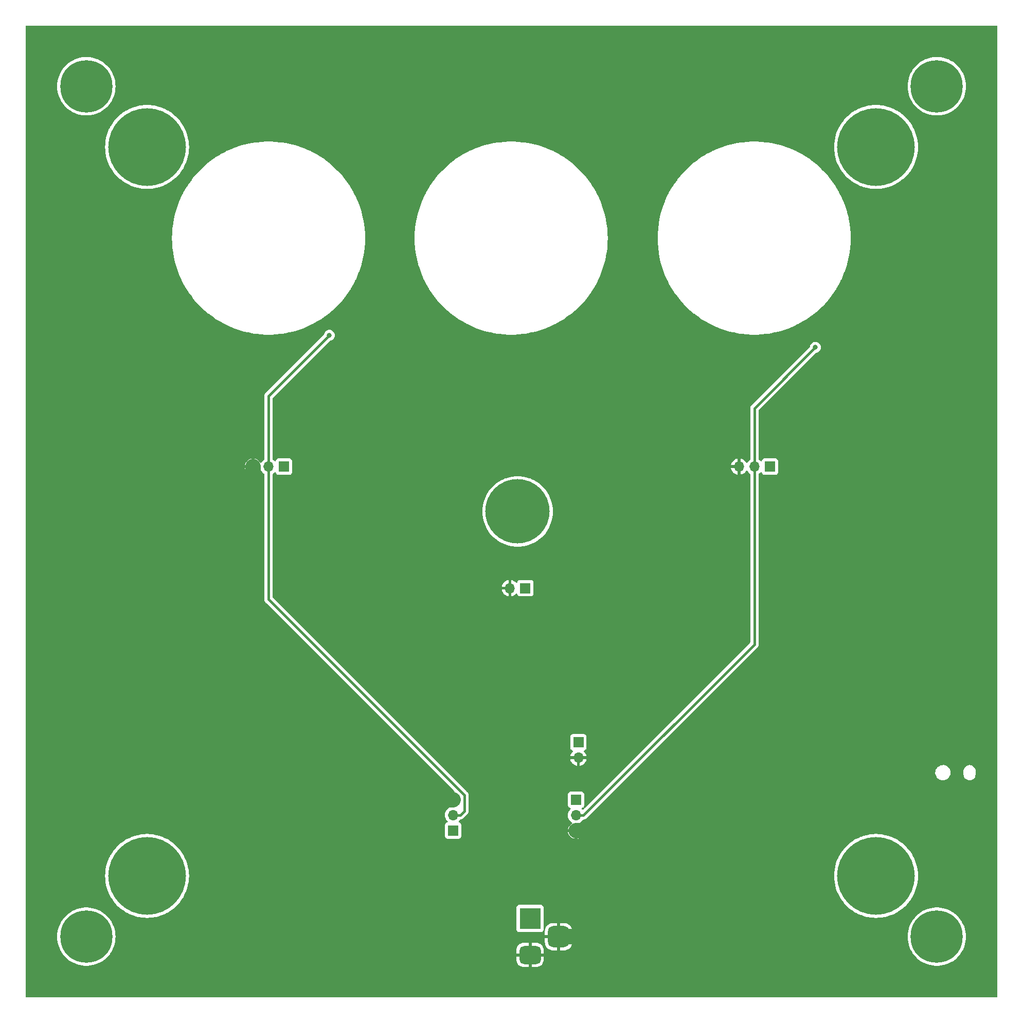
<source format=gbl>
G04 #@! TF.GenerationSoftware,KiCad,Pcbnew,7.0.9-1.fc39*
G04 #@! TF.CreationDate,2023-12-18T11:52:58-05:00*
G04 #@! TF.ProjectId,SYSMATT-WS2812-MATRIX-CARRIER,5359534d-4154-4542-9d57-53323831322d,rev?*
G04 #@! TF.SameCoordinates,Original*
G04 #@! TF.FileFunction,Copper,L2,Bot*
G04 #@! TF.FilePolarity,Positive*
%FSLAX46Y46*%
G04 Gerber Fmt 4.6, Leading zero omitted, Abs format (unit mm)*
G04 Created by KiCad (PCBNEW 7.0.9-1.fc39) date 2023-12-18 11:52:58*
%MOMM*%
%LPD*%
G01*
G04 APERTURE LIST*
G04 Aperture macros list*
%AMRoundRect*
0 Rectangle with rounded corners*
0 $1 Rounding radius*
0 $2 $3 $4 $5 $6 $7 $8 $9 X,Y pos of 4 corners*
0 Add a 4 corners polygon primitive as box body*
4,1,4,$2,$3,$4,$5,$6,$7,$8,$9,$2,$3,0*
0 Add four circle primitives for the rounded corners*
1,1,$1+$1,$2,$3*
1,1,$1+$1,$4,$5*
1,1,$1+$1,$6,$7*
1,1,$1+$1,$8,$9*
0 Add four rect primitives between the rounded corners*
20,1,$1+$1,$2,$3,$4,$5,0*
20,1,$1+$1,$4,$5,$6,$7,0*
20,1,$1+$1,$6,$7,$8,$9,0*
20,1,$1+$1,$8,$9,$2,$3,0*%
G04 Aperture macros list end*
G04 #@! TA.AperFunction,ComponentPad*
%ADD10R,3.500000X3.500000*%
G04 #@! TD*
G04 #@! TA.AperFunction,ComponentPad*
%ADD11RoundRect,0.750000X1.000000X-0.750000X1.000000X0.750000X-1.000000X0.750000X-1.000000X-0.750000X0*%
G04 #@! TD*
G04 #@! TA.AperFunction,ComponentPad*
%ADD12RoundRect,0.875000X0.875000X-0.875000X0.875000X0.875000X-0.875000X0.875000X-0.875000X-0.875000X0*%
G04 #@! TD*
G04 #@! TA.AperFunction,ComponentPad*
%ADD13R,1.700000X1.700000*%
G04 #@! TD*
G04 #@! TA.AperFunction,ComponentPad*
%ADD14O,1.700000X1.700000*%
G04 #@! TD*
G04 #@! TA.AperFunction,ComponentPad*
%ADD15C,12.800000*%
G04 #@! TD*
G04 #@! TA.AperFunction,ComponentPad*
%ADD16C,8.600000*%
G04 #@! TD*
G04 #@! TA.AperFunction,ComponentPad*
%ADD17C,10.600000*%
G04 #@! TD*
G04 #@! TA.AperFunction,ViaPad*
%ADD18C,0.800000*%
G04 #@! TD*
G04 #@! TA.AperFunction,Conductor*
%ADD19C,2.500000*%
G04 #@! TD*
G04 #@! TA.AperFunction,Conductor*
%ADD20C,0.400000*%
G04 #@! TD*
G04 APERTURE END LIST*
D10*
X103042500Y-167000000D03*
D11*
X103042500Y-173000000D03*
D12*
X107742500Y-170000000D03*
D13*
X90375000Y-152525000D03*
D14*
X90375000Y-149985000D03*
X90375000Y-147445000D03*
X110625000Y-152555000D03*
X110625000Y-150015000D03*
D13*
X110625000Y-147475000D03*
D14*
X111000000Y-140540000D03*
D13*
X111000000Y-138000000D03*
X142525000Y-92625000D03*
D14*
X139985000Y-92625000D03*
X137445000Y-92625000D03*
D13*
X102275000Y-112625000D03*
D14*
X99735000Y-112625000D03*
D13*
X62525000Y-92625000D03*
D14*
X59985000Y-92625000D03*
X57445000Y-92625000D03*
D15*
X160000000Y-40000000D03*
X40000000Y-40000000D03*
D16*
X170000000Y-170000000D03*
X170000000Y-30000000D03*
D17*
X101000000Y-100000000D03*
D15*
X160000000Y-160000000D03*
D16*
X30000000Y-170000000D03*
X30000000Y-30000000D03*
D15*
X40000000Y-160000000D03*
D18*
X150000000Y-73000000D03*
X70000000Y-71000000D03*
D19*
X110625000Y-152555000D02*
X112555000Y-152555000D01*
X112555000Y-152555000D02*
X123000000Y-163000000D01*
X123000000Y-163000000D02*
X123000000Y-168000000D01*
X121000000Y-170000000D02*
X107742500Y-170000000D01*
X123000000Y-168000000D02*
X121000000Y-170000000D01*
D20*
X92225000Y-146678705D02*
X92225000Y-149337081D01*
D19*
X76445000Y-147445000D02*
X90375000Y-147445000D01*
D20*
X59985000Y-114438705D02*
X92225000Y-146678705D01*
D19*
X57445000Y-128445000D02*
X76445000Y-147445000D01*
D20*
X59985000Y-92625000D02*
X59985000Y-114438705D01*
X91577081Y-149985000D02*
X90375000Y-149985000D01*
X92225000Y-149337081D02*
X91577081Y-149985000D01*
D19*
X57445000Y-92625000D02*
X57445000Y-128445000D01*
D20*
X139985000Y-92625000D02*
X139985000Y-121857081D01*
X139985000Y-121857081D02*
X111827081Y-150015000D01*
X111827081Y-150015000D02*
X110625000Y-150015000D01*
X139985000Y-92625000D02*
X139985000Y-83015000D01*
X139985000Y-83015000D02*
X150000000Y-73000000D01*
X70000000Y-71000000D02*
X59985000Y-81015000D01*
X59985000Y-81015000D02*
X59985000Y-92625000D01*
G04 #@! TA.AperFunction,Conductor*
G36*
X179943039Y-20019685D02*
G01*
X179988794Y-20072489D01*
X180000000Y-20124000D01*
X180000000Y-179876000D01*
X179980315Y-179943039D01*
X179927511Y-179988794D01*
X179876000Y-180000000D01*
X20124000Y-180000000D01*
X20056961Y-179980315D01*
X20011206Y-179927511D01*
X20000000Y-179876000D01*
X20000000Y-170000003D01*
X25194661Y-170000003D01*
X25214005Y-170430737D01*
X25214006Y-170430746D01*
X25271885Y-170858027D01*
X25367830Y-171278391D01*
X25501073Y-171688472D01*
X25501076Y-171688480D01*
X25670533Y-172084947D01*
X25670537Y-172084955D01*
X25724808Y-172185806D01*
X25874863Y-172464655D01*
X25874867Y-172464661D01*
X25874867Y-172464662D01*
X26112394Y-172824501D01*
X26112404Y-172824514D01*
X26381225Y-173161607D01*
X26381235Y-173161618D01*
X26381236Y-173161619D01*
X26679210Y-173473274D01*
X27003920Y-173756965D01*
X27352753Y-174010407D01*
X27722900Y-174231560D01*
X27722903Y-174231561D01*
X27722904Y-174231562D01*
X27722906Y-174231563D01*
X28111372Y-174418639D01*
X28111386Y-174418645D01*
X28515055Y-174570144D01*
X28515059Y-174570145D01*
X28515069Y-174570149D01*
X28930711Y-174684859D01*
X29354964Y-174761850D01*
X29784409Y-174800500D01*
X29784416Y-174800500D01*
X30215584Y-174800500D01*
X30215591Y-174800500D01*
X30645036Y-174761850D01*
X31069289Y-174684859D01*
X31484931Y-174570149D01*
X31888619Y-174418643D01*
X32277100Y-174231560D01*
X32647247Y-174010407D01*
X32996080Y-173756965D01*
X33320790Y-173473274D01*
X33618764Y-173161619D01*
X33887601Y-172824507D01*
X33936783Y-172750000D01*
X100792500Y-172750000D01*
X101608814Y-172750000D01*
X101583007Y-172790156D01*
X101542500Y-172928111D01*
X101542500Y-173071889D01*
X101583007Y-173209844D01*
X101608814Y-173250000D01*
X100792501Y-173250000D01*
X100792501Y-173814192D01*
X100802900Y-173946332D01*
X100857877Y-174164519D01*
X100950928Y-174369374D01*
X100950931Y-174369380D01*
X101079059Y-174554323D01*
X101079069Y-174554335D01*
X101238164Y-174713430D01*
X101238176Y-174713440D01*
X101423119Y-174841568D01*
X101423125Y-174841571D01*
X101627980Y-174934622D01*
X101846167Y-174989599D01*
X101978307Y-175000000D01*
X102792499Y-174999999D01*
X102792500Y-174999998D01*
X102792500Y-173500000D01*
X103292500Y-173500000D01*
X103292500Y-174999999D01*
X104106692Y-174999999D01*
X104238832Y-174989599D01*
X104457019Y-174934622D01*
X104661874Y-174841571D01*
X104661880Y-174841568D01*
X104846823Y-174713440D01*
X104846835Y-174713430D01*
X105005930Y-174554335D01*
X105005940Y-174554323D01*
X105134068Y-174369380D01*
X105134071Y-174369374D01*
X105227122Y-174164519D01*
X105282099Y-173946332D01*
X105292500Y-173814194D01*
X105292500Y-173250000D01*
X104476186Y-173250000D01*
X104501993Y-173209844D01*
X104542500Y-173071889D01*
X104542500Y-172928111D01*
X104501993Y-172790156D01*
X104476186Y-172750000D01*
X105292499Y-172750000D01*
X105292499Y-172185808D01*
X105282099Y-172053667D01*
X105227122Y-171835480D01*
X105134071Y-171630625D01*
X105134068Y-171630619D01*
X105005940Y-171445676D01*
X105005930Y-171445664D01*
X104846835Y-171286569D01*
X104846823Y-171286559D01*
X104661880Y-171158431D01*
X104661874Y-171158428D01*
X104457019Y-171065377D01*
X104238832Y-171010400D01*
X104106694Y-171000000D01*
X103292500Y-171000000D01*
X103292500Y-172500000D01*
X102792500Y-172500000D01*
X102792500Y-171000000D01*
X102792499Y-171000000D01*
X101978308Y-171000001D01*
X101846167Y-171010400D01*
X101627980Y-171065377D01*
X101423125Y-171158428D01*
X101423119Y-171158431D01*
X101238176Y-171286559D01*
X101238164Y-171286569D01*
X101079069Y-171445664D01*
X101079059Y-171445676D01*
X100950931Y-171630619D01*
X100950928Y-171630625D01*
X100857877Y-171835480D01*
X100802900Y-172053667D01*
X100792500Y-172185806D01*
X100792500Y-172750000D01*
X33936783Y-172750000D01*
X34125137Y-172464655D01*
X34329461Y-172084958D01*
X34342836Y-172053667D01*
X34436093Y-171835480D01*
X34498926Y-171688475D01*
X34632168Y-171278397D01*
X34728115Y-170858026D01*
X34785994Y-170430747D01*
X34805339Y-170000000D01*
X34785994Y-169569253D01*
X34728115Y-169141974D01*
X34649575Y-168797870D01*
X100792000Y-168797870D01*
X100792001Y-168797876D01*
X100798408Y-168857483D01*
X100848702Y-168992328D01*
X100848706Y-168992335D01*
X100934952Y-169107544D01*
X100934955Y-169107547D01*
X101050164Y-169193793D01*
X101050171Y-169193797D01*
X101185017Y-169244091D01*
X101185016Y-169244091D01*
X101191944Y-169244835D01*
X101244627Y-169250500D01*
X104840372Y-169250499D01*
X104899983Y-169244091D01*
X105034831Y-169193796D01*
X105150046Y-169107546D01*
X105236296Y-168992331D01*
X105254512Y-168943491D01*
X105296380Y-168887560D01*
X105361844Y-168863141D01*
X105430117Y-168877991D01*
X105479524Y-168927396D01*
X105494518Y-168993401D01*
X105492500Y-169031407D01*
X105492500Y-169750000D01*
X107242500Y-169750000D01*
X107242500Y-170250000D01*
X105492501Y-170250000D01*
X105492501Y-170968591D01*
X105495294Y-171021190D01*
X105539737Y-171250987D01*
X105622379Y-171469975D01*
X105740839Y-171671841D01*
X105740844Y-171671848D01*
X105891711Y-171850786D01*
X105891713Y-171850788D01*
X106070651Y-172001655D01*
X106070658Y-172001660D01*
X106272524Y-172120120D01*
X106491512Y-172202762D01*
X106721308Y-172247205D01*
X106773908Y-172249999D01*
X107492499Y-172249999D01*
X107492500Y-172249998D01*
X107492500Y-171433686D01*
X107532656Y-171459493D01*
X107670611Y-171500000D01*
X107814389Y-171500000D01*
X107952344Y-171459493D01*
X107992500Y-171433686D01*
X107992500Y-172249999D01*
X108711091Y-172249999D01*
X108763690Y-172247205D01*
X108993487Y-172202762D01*
X109212475Y-172120120D01*
X109414341Y-172001660D01*
X109414348Y-172001655D01*
X109593286Y-171850788D01*
X109593288Y-171850786D01*
X109744155Y-171671848D01*
X109744160Y-171671841D01*
X109862620Y-171469975D01*
X109945262Y-171250987D01*
X109989705Y-171021191D01*
X109989705Y-171021190D01*
X109992500Y-170968591D01*
X109992500Y-170250000D01*
X108242500Y-170250000D01*
X108242500Y-170000003D01*
X165194661Y-170000003D01*
X165214005Y-170430737D01*
X165214006Y-170430746D01*
X165271885Y-170858027D01*
X165367830Y-171278391D01*
X165501073Y-171688472D01*
X165501076Y-171688480D01*
X165670533Y-172084947D01*
X165670537Y-172084955D01*
X165724808Y-172185806D01*
X165874863Y-172464655D01*
X165874867Y-172464661D01*
X165874867Y-172464662D01*
X166112394Y-172824501D01*
X166112404Y-172824514D01*
X166381225Y-173161607D01*
X166381235Y-173161618D01*
X166381236Y-173161619D01*
X166679210Y-173473274D01*
X167003920Y-173756965D01*
X167352753Y-174010407D01*
X167722900Y-174231560D01*
X167722903Y-174231561D01*
X167722904Y-174231562D01*
X167722906Y-174231563D01*
X168111372Y-174418639D01*
X168111386Y-174418645D01*
X168515055Y-174570144D01*
X168515059Y-174570145D01*
X168515069Y-174570149D01*
X168930711Y-174684859D01*
X169354964Y-174761850D01*
X169784409Y-174800500D01*
X169784416Y-174800500D01*
X170215584Y-174800500D01*
X170215591Y-174800500D01*
X170645036Y-174761850D01*
X171069289Y-174684859D01*
X171484931Y-174570149D01*
X171888619Y-174418643D01*
X172277100Y-174231560D01*
X172647247Y-174010407D01*
X172996080Y-173756965D01*
X173320790Y-173473274D01*
X173618764Y-173161619D01*
X173887601Y-172824507D01*
X174125137Y-172464655D01*
X174329461Y-172084958D01*
X174342836Y-172053667D01*
X174436093Y-171835480D01*
X174498926Y-171688475D01*
X174632168Y-171278397D01*
X174728115Y-170858026D01*
X174785994Y-170430747D01*
X174805339Y-170000000D01*
X174785994Y-169569253D01*
X174728115Y-169141974D01*
X174632168Y-168721603D01*
X174498926Y-168311525D01*
X174365064Y-167998339D01*
X174329466Y-167915052D01*
X174329462Y-167915044D01*
X174242151Y-167752794D01*
X174125137Y-167535345D01*
X174125132Y-167535337D01*
X173887605Y-167175498D01*
X173887595Y-167175485D01*
X173618774Y-166838392D01*
X173618762Y-166838379D01*
X173320794Y-166526730D01*
X173320793Y-166526729D01*
X173320790Y-166526726D01*
X172996080Y-166243035D01*
X172996068Y-166243026D01*
X172647256Y-165989599D01*
X172647251Y-165989596D01*
X172647247Y-165989593D01*
X172277100Y-165768440D01*
X172277095Y-165768437D01*
X172277093Y-165768436D01*
X171888627Y-165581360D01*
X171888613Y-165581354D01*
X171484944Y-165429855D01*
X171484919Y-165429847D01*
X171069295Y-165315142D01*
X170645043Y-165238151D01*
X170645040Y-165238150D01*
X170645036Y-165238150D01*
X170215591Y-165199500D01*
X169784409Y-165199500D01*
X169354964Y-165238150D01*
X169354960Y-165238150D01*
X169354956Y-165238151D01*
X168930704Y-165315142D01*
X168515080Y-165429847D01*
X168515055Y-165429855D01*
X168111386Y-165581354D01*
X168111372Y-165581360D01*
X167722906Y-165768436D01*
X167722904Y-165768437D01*
X167352743Y-165989599D01*
X167003931Y-166243026D01*
X167003914Y-166243039D01*
X166679210Y-166526726D01*
X166679205Y-166526730D01*
X166381237Y-166838379D01*
X166381225Y-166838392D01*
X166112404Y-167175485D01*
X166112394Y-167175498D01*
X165874867Y-167535337D01*
X165874867Y-167535338D01*
X165670537Y-167915044D01*
X165670533Y-167915052D01*
X165501076Y-168311519D01*
X165501073Y-168311527D01*
X165367830Y-168721608D01*
X165271885Y-169141972D01*
X165214006Y-169569253D01*
X165214005Y-169569262D01*
X165194661Y-169999996D01*
X165194661Y-170000003D01*
X108242500Y-170000003D01*
X108242500Y-169750000D01*
X109992499Y-169750000D01*
X109992499Y-169031409D01*
X109989705Y-168978809D01*
X109945262Y-168749012D01*
X109862620Y-168530024D01*
X109744160Y-168328158D01*
X109744155Y-168328151D01*
X109593288Y-168149213D01*
X109593286Y-168149211D01*
X109414348Y-167998344D01*
X109414341Y-167998339D01*
X109212475Y-167879879D01*
X108993487Y-167797237D01*
X108763691Y-167752794D01*
X108711091Y-167750000D01*
X107992500Y-167750000D01*
X107992500Y-168566313D01*
X107952344Y-168540507D01*
X107814389Y-168500000D01*
X107670611Y-168500000D01*
X107532656Y-168540507D01*
X107492500Y-168566313D01*
X107492500Y-167750000D01*
X107492499Y-167750000D01*
X106773909Y-167750001D01*
X106721309Y-167752794D01*
X106491512Y-167797237D01*
X106272524Y-167879879D01*
X106070658Y-167998339D01*
X106070651Y-167998344D01*
X105891713Y-168149211D01*
X105891711Y-168149213D01*
X105740844Y-168328151D01*
X105740839Y-168328158D01*
X105622379Y-168530024D01*
X105539736Y-168749014D01*
X105538741Y-168754161D01*
X105506679Y-168816240D01*
X105446144Y-168851130D01*
X105376356Y-168847754D01*
X105319472Y-168807184D01*
X105293552Y-168742300D01*
X105292999Y-168730624D01*
X105292999Y-165202128D01*
X105286591Y-165142517D01*
X105256547Y-165061966D01*
X105236297Y-165007671D01*
X105236293Y-165007664D01*
X105150047Y-164892455D01*
X105150044Y-164892452D01*
X105034835Y-164806206D01*
X105034828Y-164806202D01*
X104899982Y-164755908D01*
X104899983Y-164755908D01*
X104840383Y-164749501D01*
X104840381Y-164749500D01*
X104840373Y-164749500D01*
X104840364Y-164749500D01*
X101244629Y-164749500D01*
X101244623Y-164749501D01*
X101185016Y-164755908D01*
X101050171Y-164806202D01*
X101050164Y-164806206D01*
X100934955Y-164892452D01*
X100934952Y-164892455D01*
X100848706Y-165007664D01*
X100848702Y-165007671D01*
X100798408Y-165142517D01*
X100792282Y-165199500D01*
X100792001Y-165202123D01*
X100792000Y-165202135D01*
X100792000Y-168797870D01*
X34649575Y-168797870D01*
X34632168Y-168721603D01*
X34498926Y-168311525D01*
X34365064Y-167998339D01*
X34329466Y-167915052D01*
X34329462Y-167915044D01*
X34242151Y-167752794D01*
X34125137Y-167535345D01*
X34125132Y-167535337D01*
X33887605Y-167175498D01*
X33887595Y-167175485D01*
X33618774Y-166838392D01*
X33618762Y-166838379D01*
X33320794Y-166526730D01*
X33320793Y-166526729D01*
X33320790Y-166526726D01*
X32996080Y-166243035D01*
X32996068Y-166243026D01*
X32647256Y-165989599D01*
X32647251Y-165989596D01*
X32647247Y-165989593D01*
X32277100Y-165768440D01*
X32277095Y-165768437D01*
X32277093Y-165768436D01*
X31888627Y-165581360D01*
X31888613Y-165581354D01*
X31484944Y-165429855D01*
X31484919Y-165429847D01*
X31069295Y-165315142D01*
X30645043Y-165238151D01*
X30645040Y-165238150D01*
X30645036Y-165238150D01*
X30215591Y-165199500D01*
X29784409Y-165199500D01*
X29354964Y-165238150D01*
X29354960Y-165238150D01*
X29354956Y-165238151D01*
X28930704Y-165315142D01*
X28515080Y-165429847D01*
X28515055Y-165429855D01*
X28111386Y-165581354D01*
X28111372Y-165581360D01*
X27722906Y-165768436D01*
X27722904Y-165768437D01*
X27352743Y-165989599D01*
X27003931Y-166243026D01*
X27003914Y-166243039D01*
X26679210Y-166526726D01*
X26679205Y-166526730D01*
X26381237Y-166838379D01*
X26381225Y-166838392D01*
X26112404Y-167175485D01*
X26112394Y-167175498D01*
X25874867Y-167535337D01*
X25874867Y-167535338D01*
X25670537Y-167915044D01*
X25670533Y-167915052D01*
X25501076Y-168311519D01*
X25501073Y-168311527D01*
X25367830Y-168721608D01*
X25271885Y-169141972D01*
X25214006Y-169569253D01*
X25214005Y-169569262D01*
X25194661Y-169999996D01*
X25194661Y-170000003D01*
X20000000Y-170000003D01*
X20000000Y-160000000D01*
X33094671Y-160000000D01*
X33113979Y-160516031D01*
X33171797Y-161029176D01*
X33171796Y-161029176D01*
X33267802Y-161536579D01*
X33267802Y-161536580D01*
X33401455Y-162035381D01*
X33572011Y-162522800D01*
X33778514Y-162996110D01*
X33778517Y-162996115D01*
X34019807Y-163452660D01*
X34128511Y-163625661D01*
X34294549Y-163889910D01*
X34601196Y-164305402D01*
X34938036Y-164696817D01*
X35303183Y-165061964D01*
X35694598Y-165398804D01*
X36110088Y-165705449D01*
X36110093Y-165705453D01*
X36547339Y-165980193D01*
X36547338Y-165980192D01*
X36792477Y-166109751D01*
X37003890Y-166221486D01*
X37477200Y-166427989D01*
X37477205Y-166427990D01*
X37477208Y-166427992D01*
X37570382Y-166460595D01*
X37964619Y-166598545D01*
X38463420Y-166732198D01*
X38786552Y-166793337D01*
X38970824Y-166828204D01*
X38970824Y-166828203D01*
X39061253Y-166838392D01*
X39483969Y-166886021D01*
X40000000Y-166905329D01*
X40516031Y-166886021D01*
X40938747Y-166838392D01*
X41029176Y-166828203D01*
X41029176Y-166828204D01*
X41213447Y-166793337D01*
X41536580Y-166732198D01*
X42035381Y-166598545D01*
X42429617Y-166460595D01*
X42522792Y-166427992D01*
X42522794Y-166427990D01*
X42522800Y-166427989D01*
X42996110Y-166221486D01*
X43207521Y-166109751D01*
X43452661Y-165980192D01*
X43452660Y-165980193D01*
X43789663Y-165768440D01*
X43889910Y-165705451D01*
X44058056Y-165581354D01*
X44305399Y-165398806D01*
X44305402Y-165398804D01*
X44696817Y-165061964D01*
X45061964Y-164696817D01*
X45398804Y-164305402D01*
X45705451Y-163889910D01*
X45980190Y-163452665D01*
X45980192Y-163452662D01*
X45980193Y-163452661D01*
X46221483Y-162996115D01*
X46221486Y-162996110D01*
X46427989Y-162522800D01*
X46598545Y-162035381D01*
X46732198Y-161536580D01*
X46732198Y-161536579D01*
X46828204Y-161029176D01*
X46828203Y-161029176D01*
X46886021Y-160516031D01*
X46905329Y-160000000D01*
X153094671Y-160000000D01*
X153113979Y-160516031D01*
X153171797Y-161029176D01*
X153171796Y-161029176D01*
X153267802Y-161536579D01*
X153267802Y-161536580D01*
X153401455Y-162035381D01*
X153572011Y-162522800D01*
X153778514Y-162996110D01*
X153778517Y-162996115D01*
X154019807Y-163452660D01*
X154128511Y-163625661D01*
X154294549Y-163889910D01*
X154601196Y-164305402D01*
X154938036Y-164696817D01*
X155303183Y-165061964D01*
X155694598Y-165398804D01*
X156110088Y-165705449D01*
X156110093Y-165705453D01*
X156547339Y-165980193D01*
X156547338Y-165980192D01*
X156792477Y-166109751D01*
X157003890Y-166221486D01*
X157477200Y-166427989D01*
X157477205Y-166427990D01*
X157477208Y-166427992D01*
X157570382Y-166460595D01*
X157964619Y-166598545D01*
X158463420Y-166732198D01*
X158786552Y-166793337D01*
X158970824Y-166828204D01*
X158970824Y-166828203D01*
X159061253Y-166838392D01*
X159483969Y-166886021D01*
X160000000Y-166905329D01*
X160516031Y-166886021D01*
X160938747Y-166838392D01*
X161029176Y-166828203D01*
X161029176Y-166828204D01*
X161213447Y-166793337D01*
X161536580Y-166732198D01*
X162035381Y-166598545D01*
X162429617Y-166460595D01*
X162522792Y-166427992D01*
X162522794Y-166427990D01*
X162522800Y-166427989D01*
X162996110Y-166221486D01*
X163207521Y-166109751D01*
X163452661Y-165980192D01*
X163452660Y-165980193D01*
X163789663Y-165768440D01*
X163889910Y-165705451D01*
X164058056Y-165581354D01*
X164305399Y-165398806D01*
X164305402Y-165398804D01*
X164696817Y-165061964D01*
X165061964Y-164696817D01*
X165398804Y-164305402D01*
X165705451Y-163889910D01*
X165980190Y-163452665D01*
X165980192Y-163452662D01*
X165980193Y-163452661D01*
X166221483Y-162996115D01*
X166221486Y-162996110D01*
X166427989Y-162522800D01*
X166598545Y-162035381D01*
X166732198Y-161536580D01*
X166732198Y-161536579D01*
X166828204Y-161029176D01*
X166828203Y-161029176D01*
X166886021Y-160516031D01*
X166905329Y-160000000D01*
X166886021Y-159483969D01*
X166828203Y-158970824D01*
X166828204Y-158970824D01*
X166732198Y-158463421D01*
X166732198Y-158463420D01*
X166598545Y-157964619D01*
X166427989Y-157477200D01*
X166221486Y-157003890D01*
X166109751Y-156792478D01*
X165980192Y-156547339D01*
X165980193Y-156547340D01*
X165871488Y-156374338D01*
X165705451Y-156110090D01*
X165398804Y-155694598D01*
X165061964Y-155303183D01*
X164696817Y-154938036D01*
X164305402Y-154601196D01*
X163889910Y-154294549D01*
X163889907Y-154294547D01*
X163452661Y-154019807D01*
X163452662Y-154019808D01*
X163072327Y-153818796D01*
X162996110Y-153778514D01*
X162522800Y-153572011D01*
X162522794Y-153572009D01*
X162522792Y-153572008D01*
X162429617Y-153539405D01*
X162035381Y-153401455D01*
X161536580Y-153267802D01*
X161213447Y-153206662D01*
X161029176Y-153171796D01*
X160913745Y-153158791D01*
X160516031Y-153113979D01*
X160000000Y-153094671D01*
X159483969Y-153113979D01*
X159086254Y-153158791D01*
X158970824Y-153171796D01*
X158786552Y-153206662D01*
X158463420Y-153267802D01*
X157964619Y-153401455D01*
X157570382Y-153539405D01*
X157477208Y-153572008D01*
X157477205Y-153572009D01*
X157477200Y-153572011D01*
X157003890Y-153778514D01*
X156927673Y-153818796D01*
X156547338Y-154019808D01*
X156547339Y-154019807D01*
X156110093Y-154294547D01*
X156110090Y-154294549D01*
X155694598Y-154601196D01*
X155303183Y-154938036D01*
X154938036Y-155303183D01*
X154601196Y-155694598D01*
X154294549Y-156110090D01*
X154128511Y-156374338D01*
X154019807Y-156547340D01*
X154019808Y-156547339D01*
X153890248Y-156792478D01*
X153778514Y-157003890D01*
X153572011Y-157477200D01*
X153401455Y-157964619D01*
X153267802Y-158463420D01*
X153267802Y-158463421D01*
X153171796Y-158970824D01*
X153171797Y-158970824D01*
X153113979Y-159483969D01*
X153094671Y-160000000D01*
X46905329Y-160000000D01*
X46886021Y-159483969D01*
X46828203Y-158970824D01*
X46828204Y-158970824D01*
X46732198Y-158463421D01*
X46732198Y-158463420D01*
X46598545Y-157964619D01*
X46427989Y-157477200D01*
X46221486Y-157003890D01*
X46109751Y-156792478D01*
X45980192Y-156547339D01*
X45980193Y-156547340D01*
X45871488Y-156374338D01*
X45705451Y-156110090D01*
X45398804Y-155694598D01*
X45061964Y-155303183D01*
X44696817Y-154938036D01*
X44305402Y-154601196D01*
X43889910Y-154294549D01*
X43889907Y-154294547D01*
X43452661Y-154019807D01*
X43452662Y-154019808D01*
X43072327Y-153818796D01*
X42996110Y-153778514D01*
X42522800Y-153572011D01*
X42522794Y-153572009D01*
X42522792Y-153572008D01*
X42429617Y-153539405D01*
X42035381Y-153401455D01*
X41536580Y-153267802D01*
X41213447Y-153206662D01*
X41029176Y-153171796D01*
X40913745Y-153158791D01*
X40516031Y-153113979D01*
X40000000Y-153094671D01*
X39483969Y-153113979D01*
X39086254Y-153158791D01*
X38970824Y-153171796D01*
X38786552Y-153206662D01*
X38463420Y-153267802D01*
X37964619Y-153401455D01*
X37570382Y-153539405D01*
X37477208Y-153572008D01*
X37477205Y-153572009D01*
X37477200Y-153572011D01*
X37003890Y-153778514D01*
X36927673Y-153818796D01*
X36547338Y-154019808D01*
X36547339Y-154019807D01*
X36110093Y-154294547D01*
X36110090Y-154294549D01*
X35694598Y-154601196D01*
X35303183Y-154938036D01*
X34938036Y-155303183D01*
X34601196Y-155694598D01*
X34294549Y-156110090D01*
X34128511Y-156374338D01*
X34019807Y-156547340D01*
X34019808Y-156547339D01*
X33890248Y-156792478D01*
X33778514Y-157003890D01*
X33572011Y-157477200D01*
X33401455Y-157964619D01*
X33267802Y-158463420D01*
X33267802Y-158463421D01*
X33171796Y-158970824D01*
X33171797Y-158970824D01*
X33113979Y-159483969D01*
X33094671Y-160000000D01*
X20000000Y-160000000D01*
X20000000Y-92875000D01*
X56114364Y-92875000D01*
X56171567Y-93088486D01*
X56171570Y-93088492D01*
X56271399Y-93302578D01*
X56406894Y-93496082D01*
X56573917Y-93663105D01*
X56767421Y-93798600D01*
X56981507Y-93898429D01*
X56981516Y-93898433D01*
X57195000Y-93955634D01*
X57195000Y-93060501D01*
X57302685Y-93109680D01*
X57409237Y-93125000D01*
X57480763Y-93125000D01*
X57587315Y-93109680D01*
X57695000Y-93060501D01*
X57695000Y-93955633D01*
X57908483Y-93898433D01*
X57908492Y-93898429D01*
X58122578Y-93798600D01*
X58316082Y-93663105D01*
X58483105Y-93496082D01*
X58613119Y-93310405D01*
X58667696Y-93266781D01*
X58737195Y-93259588D01*
X58799549Y-93291110D01*
X58816269Y-93310405D01*
X58946505Y-93496401D01*
X58946506Y-93496402D01*
X59113597Y-93663494D01*
X59231623Y-93746136D01*
X59275248Y-93800713D01*
X59284500Y-93847711D01*
X59284500Y-114415656D01*
X59284387Y-114419401D01*
X59280642Y-114481308D01*
X59280642Y-114481310D01*
X59291821Y-114542317D01*
X59292384Y-114546018D01*
X59299859Y-114607575D01*
X59299860Y-114607579D01*
X59303451Y-114617048D01*
X59309474Y-114638651D01*
X59311304Y-114648635D01*
X59336759Y-114705195D01*
X59338189Y-114708646D01*
X59360182Y-114766635D01*
X59360183Y-114766636D01*
X59365936Y-114774971D01*
X59376961Y-114794518D01*
X59381120Y-114803760D01*
X59381124Y-114803765D01*
X59419371Y-114852583D01*
X59421591Y-114855601D01*
X59456812Y-114906629D01*
X59456816Y-114906633D01*
X59456817Y-114906634D01*
X59503250Y-114947769D01*
X59505941Y-114950303D01*
X81205138Y-136649500D01*
X90588681Y-146033043D01*
X90622166Y-146094366D01*
X90625000Y-146120724D01*
X90625000Y-147009498D01*
X90517315Y-146960320D01*
X90410763Y-146945000D01*
X90339237Y-146945000D01*
X90232685Y-146960320D01*
X90125000Y-147009498D01*
X90125000Y-146114364D01*
X90124999Y-146114364D01*
X89911513Y-146171567D01*
X89911507Y-146171570D01*
X89697422Y-146271399D01*
X89697420Y-146271400D01*
X89503926Y-146406886D01*
X89503920Y-146406891D01*
X89336891Y-146573920D01*
X89336886Y-146573926D01*
X89201400Y-146767420D01*
X89201399Y-146767422D01*
X89101570Y-146981507D01*
X89101567Y-146981513D01*
X89044364Y-147194999D01*
X89044364Y-147195000D01*
X89941314Y-147195000D01*
X89915507Y-147235156D01*
X89875000Y-147373111D01*
X89875000Y-147516889D01*
X89915507Y-147654844D01*
X89941314Y-147695000D01*
X89044364Y-147695000D01*
X89101567Y-147908486D01*
X89101570Y-147908492D01*
X89201399Y-148122578D01*
X89336894Y-148316082D01*
X89503917Y-148483105D01*
X89689595Y-148613119D01*
X89733219Y-148667696D01*
X89740412Y-148737195D01*
X89708890Y-148799549D01*
X89689595Y-148816269D01*
X89503594Y-148946508D01*
X89336505Y-149113597D01*
X89200965Y-149307169D01*
X89200964Y-149307171D01*
X89138699Y-149440700D01*
X89103859Y-149515415D01*
X89101098Y-149521335D01*
X89101094Y-149521344D01*
X89039938Y-149749586D01*
X89039936Y-149749596D01*
X89019341Y-149984999D01*
X89019341Y-149985000D01*
X89039936Y-150220403D01*
X89039938Y-150220413D01*
X89101094Y-150448655D01*
X89101096Y-150448659D01*
X89101097Y-150448663D01*
X89190234Y-150639818D01*
X89200965Y-150662830D01*
X89200967Y-150662834D01*
X89336501Y-150856395D01*
X89336506Y-150856402D01*
X89458430Y-150978326D01*
X89491915Y-151039649D01*
X89486931Y-151109341D01*
X89445059Y-151165274D01*
X89414083Y-151182189D01*
X89282669Y-151231203D01*
X89282664Y-151231206D01*
X89167455Y-151317452D01*
X89167452Y-151317455D01*
X89081206Y-151432664D01*
X89081202Y-151432671D01*
X89030908Y-151567517D01*
X89024501Y-151627116D01*
X89024501Y-151627123D01*
X89024500Y-151627135D01*
X89024500Y-153422870D01*
X89024501Y-153422876D01*
X89030908Y-153482483D01*
X89081202Y-153617328D01*
X89081206Y-153617335D01*
X89167452Y-153732544D01*
X89167455Y-153732547D01*
X89282664Y-153818793D01*
X89282671Y-153818797D01*
X89417517Y-153869091D01*
X89417516Y-153869091D01*
X89424444Y-153869835D01*
X89477127Y-153875500D01*
X91272872Y-153875499D01*
X91332483Y-153869091D01*
X91467331Y-153818796D01*
X91582546Y-153732546D01*
X91668796Y-153617331D01*
X91719091Y-153482483D01*
X91725500Y-153422873D01*
X91725499Y-151627128D01*
X91719091Y-151567517D01*
X91700208Y-151516890D01*
X91668797Y-151432671D01*
X91668793Y-151432664D01*
X91582547Y-151317455D01*
X91582544Y-151317452D01*
X91467335Y-151231206D01*
X91467328Y-151231202D01*
X91335917Y-151182189D01*
X91279983Y-151140318D01*
X91255566Y-151074853D01*
X91270418Y-151006580D01*
X91291563Y-150978332D01*
X91413495Y-150856401D01*
X91494286Y-150741019D01*
X91548861Y-150697395D01*
X91603347Y-150688369D01*
X91619687Y-150689358D01*
X91654419Y-150682992D01*
X91680702Y-150678177D01*
X91684406Y-150677613D01*
X91702251Y-150675446D01*
X91745953Y-150670140D01*
X91755416Y-150666550D01*
X91777042Y-150660522D01*
X91777974Y-150660351D01*
X91787013Y-150658695D01*
X91843593Y-150633229D01*
X91847023Y-150631809D01*
X91905011Y-150609818D01*
X91913347Y-150604062D01*
X91932902Y-150593034D01*
X91942138Y-150588878D01*
X91990977Y-150550613D01*
X91993957Y-150548421D01*
X92045010Y-150513183D01*
X92086146Y-150466748D01*
X92088680Y-150464056D01*
X92537736Y-150015000D01*
X109269341Y-150015000D01*
X109289936Y-150250403D01*
X109289938Y-150250413D01*
X109351094Y-150478655D01*
X109351096Y-150478659D01*
X109351097Y-150478663D01*
X109443869Y-150677613D01*
X109450965Y-150692830D01*
X109450967Y-150692834D01*
X109505714Y-150771020D01*
X109586505Y-150886401D01*
X109753599Y-151053495D01*
X109926413Y-151174501D01*
X109939594Y-151183730D01*
X109983219Y-151238307D01*
X109990413Y-151307805D01*
X109958890Y-151370160D01*
X109939595Y-151386880D01*
X109753922Y-151516890D01*
X109753920Y-151516891D01*
X109586891Y-151683920D01*
X109586886Y-151683926D01*
X109451400Y-151877420D01*
X109451399Y-151877422D01*
X109351570Y-152091507D01*
X109351567Y-152091513D01*
X109294364Y-152304999D01*
X109294364Y-152305000D01*
X110191314Y-152305000D01*
X110165507Y-152345156D01*
X110125000Y-152483111D01*
X110125000Y-152626889D01*
X110165507Y-152764844D01*
X110191314Y-152805000D01*
X109294364Y-152805000D01*
X109351567Y-153018486D01*
X109351570Y-153018492D01*
X109451399Y-153232578D01*
X109586894Y-153426082D01*
X109753917Y-153593105D01*
X109947421Y-153728600D01*
X110161507Y-153828429D01*
X110161516Y-153828433D01*
X110375000Y-153885634D01*
X110375000Y-152990501D01*
X110482685Y-153039680D01*
X110589237Y-153055000D01*
X110660763Y-153055000D01*
X110767315Y-153039680D01*
X110875000Y-152990501D01*
X110875000Y-153885633D01*
X111088483Y-153828433D01*
X111088492Y-153828429D01*
X111302578Y-153728600D01*
X111496082Y-153593105D01*
X111663105Y-153426082D01*
X111798600Y-153232578D01*
X111898429Y-153018492D01*
X111898432Y-153018486D01*
X111955636Y-152805000D01*
X111058686Y-152805000D01*
X111084493Y-152764844D01*
X111125000Y-152626889D01*
X111125000Y-152483111D01*
X111084493Y-152345156D01*
X111058686Y-152305000D01*
X111955636Y-152305000D01*
X111955635Y-152304999D01*
X111898432Y-152091513D01*
X111898429Y-152091507D01*
X111798600Y-151877422D01*
X111798599Y-151877420D01*
X111663113Y-151683926D01*
X111663108Y-151683920D01*
X111496078Y-151516890D01*
X111310405Y-151386879D01*
X111266780Y-151332302D01*
X111259588Y-151262804D01*
X111291110Y-151200449D01*
X111310406Y-151183730D01*
X111314435Y-151180909D01*
X111496401Y-151053495D01*
X111663495Y-150886401D01*
X111744286Y-150771019D01*
X111798861Y-150727395D01*
X111853347Y-150718369D01*
X111869687Y-150719358D01*
X111904419Y-150712992D01*
X111930702Y-150708177D01*
X111934406Y-150707613D01*
X111952251Y-150705446D01*
X111995953Y-150700140D01*
X112005416Y-150696550D01*
X112027042Y-150690522D01*
X112027974Y-150690351D01*
X112037013Y-150688695D01*
X112093593Y-150663229D01*
X112097023Y-150661809D01*
X112155011Y-150639818D01*
X112163347Y-150634062D01*
X112182902Y-150623034D01*
X112192138Y-150618878D01*
X112240977Y-150580613D01*
X112243957Y-150578421D01*
X112295010Y-150543183D01*
X112336146Y-150496748D01*
X112338680Y-150494056D01*
X119776406Y-143056330D01*
X169745710Y-143056330D01*
X169775925Y-143279387D01*
X169775926Y-143279390D01*
X169845483Y-143493465D01*
X169952146Y-143691678D01*
X169952148Y-143691681D01*
X170092489Y-143867663D01*
X170092491Y-143867664D01*
X170092492Y-143867666D01*
X170262004Y-144015765D01*
X170455236Y-144131215D01*
X170620022Y-144193060D01*
X170665976Y-144210307D01*
X170887450Y-144250500D01*
X170887453Y-144250500D01*
X171056148Y-144250500D01*
X171056155Y-144250500D01*
X171224188Y-144235377D01*
X171224192Y-144235376D01*
X171441160Y-144175496D01*
X171441162Y-144175495D01*
X171441170Y-144175493D01*
X171643973Y-144077829D01*
X171826078Y-143945522D01*
X171981632Y-143782825D01*
X172105635Y-143594968D01*
X172194103Y-143387988D01*
X172214016Y-143300743D01*
X174399500Y-143300743D01*
X174414925Y-143452439D01*
X174475837Y-143646579D01*
X174475844Y-143646594D01*
X174574589Y-143824499D01*
X174574592Y-143824504D01*
X174707132Y-143978893D01*
X174707134Y-143978895D01*
X174868037Y-144103445D01*
X174868038Y-144103445D01*
X174868042Y-144103448D01*
X175050729Y-144193060D01*
X175247715Y-144244063D01*
X175450936Y-144254369D01*
X175652071Y-144223556D01*
X175842887Y-144152886D01*
X176015571Y-144045252D01*
X176163053Y-143905059D01*
X176279295Y-143738049D01*
X176359540Y-143551058D01*
X176400500Y-143351741D01*
X176400500Y-142699258D01*
X176391629Y-142612017D01*
X176385074Y-142547560D01*
X176324162Y-142353420D01*
X176324160Y-142353416D01*
X176324159Y-142353412D01*
X176225409Y-142175498D01*
X176225408Y-142175497D01*
X176225407Y-142175495D01*
X176092867Y-142021106D01*
X176092865Y-142021104D01*
X175931962Y-141896554D01*
X175931959Y-141896553D01*
X175931958Y-141896552D01*
X175749271Y-141806940D01*
X175552285Y-141755937D01*
X175552287Y-141755937D01*
X175416804Y-141749066D01*
X175349064Y-141745631D01*
X175349063Y-141745631D01*
X175349061Y-141745631D01*
X175147936Y-141776442D01*
X175147924Y-141776445D01*
X174957118Y-141847111D01*
X174957111Y-141847115D01*
X174784432Y-141954745D01*
X174784427Y-141954749D01*
X174636949Y-142094938D01*
X174636948Y-142094940D01*
X174520705Y-142261949D01*
X174440459Y-142448943D01*
X174399500Y-142648258D01*
X174399500Y-143300743D01*
X172214016Y-143300743D01*
X172244191Y-143168537D01*
X172254290Y-142943670D01*
X172224075Y-142720613D01*
X172154517Y-142506536D01*
X172047852Y-142308319D01*
X171941932Y-142175500D01*
X171907510Y-142132336D01*
X171907508Y-142132334D01*
X171737996Y-141984235D01*
X171544764Y-141868785D01*
X171426775Y-141824503D01*
X171334023Y-141789692D01*
X171112550Y-141749500D01*
X171112547Y-141749500D01*
X170943845Y-141749500D01*
X170905399Y-141752960D01*
X170775813Y-141764622D01*
X170775807Y-141764623D01*
X170558839Y-141824503D01*
X170558826Y-141824508D01*
X170356033Y-141922167D01*
X170356025Y-141922171D01*
X170173927Y-142054473D01*
X170173925Y-142054474D01*
X170018366Y-142217176D01*
X169894363Y-142405033D01*
X169805899Y-142612004D01*
X169805895Y-142612017D01*
X169755810Y-142831457D01*
X169755808Y-142831468D01*
X169750769Y-142943674D01*
X169745710Y-143056330D01*
X119776406Y-143056330D01*
X140464056Y-122368680D01*
X140466748Y-122366146D01*
X140513183Y-122325010D01*
X140548421Y-122273957D01*
X140550613Y-122270977D01*
X140588878Y-122222138D01*
X140593034Y-122212902D01*
X140604062Y-122193347D01*
X140609818Y-122185011D01*
X140631812Y-122127012D01*
X140633227Y-122123596D01*
X140658695Y-122067012D01*
X140660522Y-122057040D01*
X140666546Y-122035428D01*
X140670140Y-122025953D01*
X140677613Y-121964405D01*
X140678177Y-121960700D01*
X140681535Y-121942370D01*
X140689358Y-121899687D01*
X140685613Y-121837777D01*
X140685500Y-121834032D01*
X140685500Y-93847711D01*
X140705185Y-93780672D01*
X140738377Y-93746136D01*
X140779519Y-93717328D01*
X140856401Y-93663495D01*
X140978329Y-93541566D01*
X141039648Y-93508084D01*
X141109340Y-93513068D01*
X141165274Y-93554939D01*
X141182189Y-93585917D01*
X141231202Y-93717328D01*
X141231206Y-93717335D01*
X141317452Y-93832544D01*
X141317455Y-93832547D01*
X141432664Y-93918793D01*
X141432671Y-93918797D01*
X141567517Y-93969091D01*
X141567516Y-93969091D01*
X141574444Y-93969835D01*
X141627127Y-93975500D01*
X143422872Y-93975499D01*
X143482483Y-93969091D01*
X143617331Y-93918796D01*
X143732546Y-93832546D01*
X143818796Y-93717331D01*
X143869091Y-93582483D01*
X143875500Y-93522873D01*
X143875499Y-91727128D01*
X143869091Y-91667517D01*
X143867810Y-91664083D01*
X143818797Y-91532671D01*
X143818793Y-91532664D01*
X143732547Y-91417455D01*
X143732544Y-91417452D01*
X143617335Y-91331206D01*
X143617328Y-91331202D01*
X143482482Y-91280908D01*
X143482483Y-91280908D01*
X143422883Y-91274501D01*
X143422881Y-91274500D01*
X143422873Y-91274500D01*
X143422864Y-91274500D01*
X141627129Y-91274500D01*
X141627123Y-91274501D01*
X141567516Y-91280908D01*
X141432671Y-91331202D01*
X141432664Y-91331206D01*
X141317455Y-91417452D01*
X141317452Y-91417455D01*
X141231206Y-91532664D01*
X141231203Y-91532669D01*
X141182189Y-91664083D01*
X141140317Y-91720016D01*
X141074853Y-91744433D01*
X141006580Y-91729581D01*
X140978326Y-91708430D01*
X140856404Y-91586508D01*
X140856401Y-91586505D01*
X140856396Y-91586501D01*
X140856393Y-91586499D01*
X140738376Y-91503861D01*
X140694751Y-91449284D01*
X140685500Y-91402287D01*
X140685500Y-83356519D01*
X140705185Y-83289480D01*
X140721819Y-83268838D01*
X143487282Y-80503375D01*
X150062975Y-73927681D01*
X150124296Y-73894198D01*
X150124362Y-73894183D01*
X150279803Y-73861144D01*
X150279807Y-73861142D01*
X150279808Y-73861142D01*
X150338058Y-73835206D01*
X150452730Y-73784151D01*
X150605871Y-73672888D01*
X150732533Y-73532216D01*
X150827179Y-73368284D01*
X150885674Y-73188256D01*
X150905460Y-73000000D01*
X150885674Y-72811744D01*
X150827179Y-72631716D01*
X150732533Y-72467784D01*
X150605871Y-72327112D01*
X150605870Y-72327111D01*
X150452734Y-72215851D01*
X150452729Y-72215848D01*
X150279807Y-72138857D01*
X150279802Y-72138855D01*
X150134001Y-72107865D01*
X150094646Y-72099500D01*
X149905354Y-72099500D01*
X149872897Y-72106398D01*
X149720197Y-72138855D01*
X149720192Y-72138857D01*
X149547270Y-72215848D01*
X149547265Y-72215851D01*
X149394129Y-72327111D01*
X149267466Y-72467785D01*
X149172821Y-72631715D01*
X149172818Y-72631722D01*
X149114327Y-72811739D01*
X149114325Y-72811750D01*
X149109134Y-72861129D01*
X149082549Y-72925743D01*
X149073495Y-72935846D01*
X139505966Y-82503375D01*
X139503240Y-82505942D01*
X139456818Y-82547068D01*
X139421586Y-82598109D01*
X139419368Y-82601124D01*
X139381124Y-82649939D01*
X139381119Y-82649948D01*
X139376960Y-82659188D01*
X139365942Y-82678723D01*
X139360187Y-82687061D01*
X139360183Y-82687067D01*
X139360182Y-82687070D01*
X139360180Y-82687074D01*
X139360179Y-82687077D01*
X139338189Y-82745055D01*
X139336757Y-82748513D01*
X139311305Y-82805068D01*
X139309477Y-82815042D01*
X139303453Y-82836653D01*
X139299860Y-82846127D01*
X139299859Y-82846128D01*
X139292384Y-82907685D01*
X139291821Y-82911386D01*
X139280642Y-82972390D01*
X139280642Y-82972395D01*
X139284387Y-83034302D01*
X139284500Y-83038047D01*
X139284500Y-91402288D01*
X139264815Y-91469327D01*
X139231624Y-91503863D01*
X139113594Y-91586508D01*
X138946508Y-91753594D01*
X138816269Y-91939595D01*
X138761692Y-91983219D01*
X138692193Y-91990412D01*
X138629839Y-91958890D01*
X138613119Y-91939594D01*
X138483113Y-91753926D01*
X138483108Y-91753920D01*
X138316082Y-91586894D01*
X138122578Y-91451399D01*
X137908492Y-91351570D01*
X137908486Y-91351567D01*
X137695000Y-91294364D01*
X137695000Y-92189498D01*
X137587315Y-92140320D01*
X137480763Y-92125000D01*
X137409237Y-92125000D01*
X137302685Y-92140320D01*
X137195000Y-92189498D01*
X137195000Y-91294364D01*
X137194999Y-91294364D01*
X136981513Y-91351567D01*
X136981507Y-91351570D01*
X136767422Y-91451399D01*
X136767420Y-91451400D01*
X136573926Y-91586886D01*
X136573920Y-91586891D01*
X136406891Y-91753920D01*
X136406886Y-91753926D01*
X136271400Y-91947420D01*
X136271399Y-91947422D01*
X136171570Y-92161507D01*
X136171567Y-92161513D01*
X136114364Y-92374999D01*
X136114364Y-92375000D01*
X137011314Y-92375000D01*
X136985507Y-92415156D01*
X136945000Y-92553111D01*
X136945000Y-92696889D01*
X136985507Y-92834844D01*
X137011314Y-92875000D01*
X136114364Y-92875000D01*
X136171567Y-93088486D01*
X136171570Y-93088492D01*
X136271399Y-93302578D01*
X136406894Y-93496082D01*
X136573917Y-93663105D01*
X136767421Y-93798600D01*
X136981507Y-93898429D01*
X136981516Y-93898433D01*
X137195000Y-93955634D01*
X137195000Y-93060501D01*
X137302685Y-93109680D01*
X137409237Y-93125000D01*
X137480763Y-93125000D01*
X137587315Y-93109680D01*
X137695000Y-93060501D01*
X137695000Y-93955633D01*
X137908483Y-93898433D01*
X137908492Y-93898429D01*
X138122578Y-93798600D01*
X138316082Y-93663105D01*
X138483105Y-93496082D01*
X138613119Y-93310405D01*
X138667696Y-93266781D01*
X138737195Y-93259588D01*
X138799549Y-93291110D01*
X138816269Y-93310405D01*
X138946505Y-93496401D01*
X138946506Y-93496402D01*
X139113597Y-93663494D01*
X139231623Y-93746136D01*
X139275248Y-93800713D01*
X139284500Y-93847711D01*
X139284500Y-121515561D01*
X139264815Y-121582600D01*
X139248181Y-121603242D01*
X112057038Y-148794384D01*
X111995715Y-148827869D01*
X111980071Y-148826750D01*
X111980387Y-148828201D01*
X111955971Y-148893666D01*
X111944384Y-148907038D01*
X111773340Y-149078082D01*
X111712017Y-149111567D01*
X111642325Y-149106583D01*
X111597978Y-149078082D01*
X111541569Y-149021673D01*
X111508084Y-148960350D01*
X111513068Y-148890658D01*
X111554940Y-148834725D01*
X111585915Y-148817810D01*
X111717331Y-148768796D01*
X111782393Y-148720089D01*
X111847855Y-148695673D01*
X111849900Y-148696117D01*
X111860525Y-148647276D01*
X111870084Y-148632400D01*
X111918796Y-148567331D01*
X111969091Y-148432483D01*
X111975500Y-148372873D01*
X111975499Y-146577128D01*
X111969091Y-146517517D01*
X111966225Y-146509834D01*
X111918797Y-146382671D01*
X111918793Y-146382664D01*
X111832547Y-146267455D01*
X111832544Y-146267452D01*
X111717335Y-146181206D01*
X111717328Y-146181202D01*
X111582482Y-146130908D01*
X111582483Y-146130908D01*
X111522883Y-146124501D01*
X111522881Y-146124500D01*
X111522873Y-146124500D01*
X111522864Y-146124500D01*
X109727129Y-146124500D01*
X109727123Y-146124501D01*
X109667516Y-146130908D01*
X109532671Y-146181202D01*
X109532664Y-146181206D01*
X109417455Y-146267452D01*
X109417452Y-146267455D01*
X109331206Y-146382664D01*
X109331202Y-146382671D01*
X109280908Y-146517517D01*
X109275116Y-146571394D01*
X109274501Y-146577123D01*
X109274500Y-146577135D01*
X109274500Y-148372870D01*
X109274501Y-148372876D01*
X109280908Y-148432483D01*
X109331202Y-148567328D01*
X109331206Y-148567335D01*
X109417452Y-148682544D01*
X109417455Y-148682547D01*
X109532664Y-148768793D01*
X109532671Y-148768797D01*
X109664081Y-148817810D01*
X109720015Y-148859681D01*
X109744432Y-148925145D01*
X109729580Y-148993418D01*
X109708430Y-149021673D01*
X109586503Y-149143600D01*
X109450965Y-149337169D01*
X109450964Y-149337171D01*
X109351098Y-149551335D01*
X109351094Y-149551344D01*
X109289938Y-149779586D01*
X109289936Y-149779596D01*
X109269341Y-150014999D01*
X109269341Y-150015000D01*
X92537736Y-150015000D01*
X92704056Y-149848680D01*
X92706748Y-149846146D01*
X92753183Y-149805010D01*
X92788417Y-149753964D01*
X92790620Y-149750968D01*
X92828878Y-149702137D01*
X92833037Y-149692894D01*
X92844061Y-149673349D01*
X92849818Y-149665011D01*
X92871810Y-149607020D01*
X92873232Y-149603584D01*
X92898695Y-149547012D01*
X92900522Y-149537040D01*
X92906546Y-149515428D01*
X92910140Y-149505953D01*
X92917613Y-149444405D01*
X92918177Y-149440700D01*
X92921535Y-149422370D01*
X92929358Y-149379687D01*
X92925613Y-149317777D01*
X92925500Y-149314032D01*
X92925500Y-146701740D01*
X92925613Y-146697995D01*
X92929357Y-146636099D01*
X92918177Y-146575091D01*
X92917615Y-146571394D01*
X92910140Y-146509834D01*
X92910139Y-146509830D01*
X92906546Y-146500356D01*
X92900519Y-146478734D01*
X92898694Y-146468775D01*
X92898694Y-146468773D01*
X92873239Y-146412217D01*
X92871809Y-146408762D01*
X92861914Y-146382671D01*
X92849818Y-146350775D01*
X92844059Y-146342432D01*
X92833030Y-146322877D01*
X92828877Y-146313648D01*
X92828874Y-146313643D01*
X92790633Y-146264832D01*
X92788413Y-146261815D01*
X92774829Y-146242136D01*
X92753183Y-146210776D01*
X92706750Y-146169640D01*
X92704056Y-146167104D01*
X85434822Y-138897870D01*
X109649500Y-138897870D01*
X109649501Y-138897876D01*
X109655908Y-138957483D01*
X109706202Y-139092328D01*
X109706206Y-139092335D01*
X109792452Y-139207544D01*
X109792455Y-139207547D01*
X109907664Y-139293793D01*
X109907671Y-139293797D01*
X109907674Y-139293798D01*
X110039598Y-139343002D01*
X110095531Y-139384873D01*
X110119949Y-139450337D01*
X110105098Y-139518610D01*
X110083947Y-139546865D01*
X109961886Y-139668926D01*
X109826400Y-139862420D01*
X109826399Y-139862422D01*
X109726570Y-140076507D01*
X109726567Y-140076513D01*
X109669364Y-140289999D01*
X109669364Y-140290000D01*
X110566314Y-140290000D01*
X110540507Y-140330156D01*
X110500000Y-140468111D01*
X110500000Y-140611889D01*
X110540507Y-140749844D01*
X110566314Y-140790000D01*
X109669364Y-140790000D01*
X109726567Y-141003486D01*
X109726570Y-141003492D01*
X109826399Y-141217578D01*
X109961894Y-141411082D01*
X110128917Y-141578105D01*
X110322421Y-141713600D01*
X110536507Y-141813429D01*
X110536516Y-141813433D01*
X110750000Y-141870634D01*
X110750000Y-140975501D01*
X110857685Y-141024680D01*
X110964237Y-141040000D01*
X111035763Y-141040000D01*
X111142315Y-141024680D01*
X111250000Y-140975501D01*
X111250000Y-141870633D01*
X111463483Y-141813433D01*
X111463492Y-141813429D01*
X111677578Y-141713600D01*
X111871082Y-141578105D01*
X112038105Y-141411082D01*
X112173600Y-141217578D01*
X112273429Y-141003492D01*
X112273432Y-141003486D01*
X112330636Y-140790000D01*
X111433686Y-140790000D01*
X111459493Y-140749844D01*
X111500000Y-140611889D01*
X111500000Y-140468111D01*
X111459493Y-140330156D01*
X111433686Y-140290000D01*
X112330636Y-140290000D01*
X112330635Y-140289999D01*
X112273432Y-140076513D01*
X112273429Y-140076507D01*
X112173600Y-139862422D01*
X112173599Y-139862420D01*
X112038113Y-139668926D01*
X112038108Y-139668920D01*
X111916053Y-139546865D01*
X111882568Y-139485542D01*
X111887552Y-139415850D01*
X111929424Y-139359917D01*
X111960400Y-139343002D01*
X112092331Y-139293796D01*
X112207546Y-139207546D01*
X112293796Y-139092331D01*
X112344091Y-138957483D01*
X112350500Y-138897873D01*
X112350499Y-137102128D01*
X112344091Y-137042517D01*
X112293796Y-136907669D01*
X112293795Y-136907668D01*
X112293793Y-136907664D01*
X112207547Y-136792455D01*
X112207544Y-136792452D01*
X112092335Y-136706206D01*
X112092328Y-136706202D01*
X111957482Y-136655908D01*
X111957483Y-136655908D01*
X111897883Y-136649501D01*
X111897881Y-136649500D01*
X111897873Y-136649500D01*
X111897864Y-136649500D01*
X110102129Y-136649500D01*
X110102123Y-136649501D01*
X110042516Y-136655908D01*
X109907671Y-136706202D01*
X109907664Y-136706206D01*
X109792455Y-136792452D01*
X109792452Y-136792455D01*
X109706206Y-136907664D01*
X109706202Y-136907671D01*
X109655908Y-137042517D01*
X109649501Y-137102116D01*
X109649501Y-137102123D01*
X109649500Y-137102135D01*
X109649500Y-138897870D01*
X85434822Y-138897870D01*
X60721819Y-114184867D01*
X60688334Y-114123544D01*
X60685500Y-114097186D01*
X60685500Y-112875000D01*
X98404364Y-112875000D01*
X98461567Y-113088486D01*
X98461570Y-113088492D01*
X98561399Y-113302578D01*
X98696894Y-113496082D01*
X98863917Y-113663105D01*
X99057421Y-113798600D01*
X99271507Y-113898429D01*
X99271516Y-113898433D01*
X99485000Y-113955634D01*
X99485000Y-113060501D01*
X99592685Y-113109680D01*
X99699237Y-113125000D01*
X99770763Y-113125000D01*
X99877315Y-113109680D01*
X99985000Y-113060501D01*
X99985000Y-113955633D01*
X100198483Y-113898433D01*
X100198492Y-113898429D01*
X100412578Y-113798600D01*
X100606078Y-113663108D01*
X100728133Y-113541053D01*
X100789456Y-113507568D01*
X100859148Y-113512552D01*
X100915082Y-113554423D01*
X100931997Y-113585401D01*
X100981202Y-113717328D01*
X100981206Y-113717335D01*
X101067452Y-113832544D01*
X101067455Y-113832547D01*
X101182664Y-113918793D01*
X101182671Y-113918797D01*
X101317517Y-113969091D01*
X101317516Y-113969091D01*
X101324444Y-113969835D01*
X101377127Y-113975500D01*
X103172872Y-113975499D01*
X103232483Y-113969091D01*
X103367331Y-113918796D01*
X103482546Y-113832546D01*
X103568796Y-113717331D01*
X103619091Y-113582483D01*
X103625500Y-113522873D01*
X103625499Y-111727128D01*
X103619091Y-111667517D01*
X103618002Y-111664598D01*
X103568797Y-111532671D01*
X103568793Y-111532664D01*
X103482547Y-111417455D01*
X103482544Y-111417452D01*
X103367335Y-111331206D01*
X103367328Y-111331202D01*
X103232482Y-111280908D01*
X103232483Y-111280908D01*
X103172883Y-111274501D01*
X103172881Y-111274500D01*
X103172873Y-111274500D01*
X103172864Y-111274500D01*
X101377129Y-111274500D01*
X101377123Y-111274501D01*
X101317516Y-111280908D01*
X101182671Y-111331202D01*
X101182664Y-111331206D01*
X101067455Y-111417452D01*
X101067452Y-111417455D01*
X100981206Y-111532664D01*
X100981202Y-111532671D01*
X100931997Y-111664598D01*
X100890126Y-111720532D01*
X100824661Y-111744949D01*
X100756388Y-111730097D01*
X100728134Y-111708946D01*
X100606082Y-111586894D01*
X100412578Y-111451399D01*
X100198492Y-111351570D01*
X100198486Y-111351567D01*
X99985000Y-111294364D01*
X99985000Y-112189498D01*
X99877315Y-112140320D01*
X99770763Y-112125000D01*
X99699237Y-112125000D01*
X99592685Y-112140320D01*
X99485000Y-112189498D01*
X99485000Y-111294364D01*
X99484999Y-111294364D01*
X99271513Y-111351567D01*
X99271507Y-111351570D01*
X99057422Y-111451399D01*
X99057420Y-111451400D01*
X98863926Y-111586886D01*
X98863920Y-111586891D01*
X98696891Y-111753920D01*
X98696886Y-111753926D01*
X98561400Y-111947420D01*
X98561399Y-111947422D01*
X98461570Y-112161507D01*
X98461567Y-112161513D01*
X98404364Y-112374999D01*
X98404364Y-112375000D01*
X99301314Y-112375000D01*
X99275507Y-112415156D01*
X99235000Y-112553111D01*
X99235000Y-112696889D01*
X99275507Y-112834844D01*
X99301314Y-112875000D01*
X98404364Y-112875000D01*
X60685500Y-112875000D01*
X60685500Y-100000000D01*
X95194541Y-100000000D01*
X95214370Y-100479411D01*
X95273720Y-100955547D01*
X95372187Y-101425156D01*
X95509097Y-101885029D01*
X95589296Y-102090562D01*
X95683512Y-102332020D01*
X95683512Y-102332021D01*
X95894251Y-102763094D01*
X95894252Y-102763095D01*
X96139861Y-103175281D01*
X96139860Y-103175280D01*
X96418673Y-103565782D01*
X96728787Y-103931932D01*
X96728787Y-103931933D01*
X97068067Y-104271213D01*
X97068068Y-104271213D01*
X97434218Y-104581327D01*
X97824720Y-104860140D01*
X97824719Y-104860139D01*
X98236905Y-105105748D01*
X98236906Y-105105749D01*
X98667979Y-105316488D01*
X98667980Y-105316488D01*
X98909437Y-105410703D01*
X99114971Y-105490903D01*
X99574844Y-105627813D01*
X100044453Y-105726280D01*
X100203165Y-105746063D01*
X100520585Y-105785630D01*
X101000000Y-105805459D01*
X101479415Y-105785630D01*
X101796835Y-105746063D01*
X101955547Y-105726280D01*
X102425156Y-105627813D01*
X102885029Y-105490903D01*
X103090562Y-105410703D01*
X103332020Y-105316488D01*
X103332021Y-105316488D01*
X103763094Y-105105749D01*
X103763095Y-105105748D01*
X104175281Y-104860139D01*
X104175280Y-104860140D01*
X104565782Y-104581327D01*
X104931932Y-104271213D01*
X104931933Y-104271213D01*
X105271213Y-103931933D01*
X105271213Y-103931932D01*
X105581327Y-103565782D01*
X105860140Y-103175280D01*
X105860139Y-103175281D01*
X106105748Y-102763095D01*
X106105749Y-102763094D01*
X106316488Y-102332021D01*
X106316488Y-102332020D01*
X106410703Y-102090562D01*
X106490903Y-101885029D01*
X106627813Y-101425156D01*
X106726280Y-100955547D01*
X106785630Y-100479411D01*
X106805459Y-100000000D01*
X106785630Y-99520589D01*
X106726280Y-99044453D01*
X106627813Y-98574844D01*
X106490903Y-98114971D01*
X106410703Y-97909437D01*
X106316488Y-97667980D01*
X106316488Y-97667979D01*
X106105749Y-97236906D01*
X106105748Y-97236905D01*
X105860139Y-96824719D01*
X105860140Y-96824720D01*
X105581327Y-96434218D01*
X105271213Y-96068068D01*
X105271213Y-96068067D01*
X104931933Y-95728787D01*
X104931932Y-95728787D01*
X104931930Y-95728785D01*
X104565787Y-95418677D01*
X104565785Y-95418675D01*
X104565782Y-95418673D01*
X104175280Y-95139860D01*
X104175281Y-95139861D01*
X103763095Y-94894252D01*
X103763094Y-94894251D01*
X103332021Y-94683512D01*
X103332020Y-94683512D01*
X103090562Y-94589296D01*
X102885029Y-94509097D01*
X102425156Y-94372187D01*
X101955547Y-94273720D01*
X101796835Y-94253936D01*
X101479415Y-94214370D01*
X101000000Y-94194541D01*
X100520585Y-94214370D01*
X100203165Y-94253936D01*
X100044453Y-94273720D01*
X99574844Y-94372187D01*
X99114971Y-94509097D01*
X98909437Y-94589296D01*
X98667980Y-94683512D01*
X98667979Y-94683512D01*
X98236906Y-94894251D01*
X98236905Y-94894252D01*
X97824719Y-95139861D01*
X97824720Y-95139860D01*
X97434218Y-95418673D01*
X97434214Y-95418675D01*
X97434213Y-95418677D01*
X97068070Y-95728785D01*
X97068068Y-95728787D01*
X97068067Y-95728787D01*
X96728787Y-96068067D01*
X96728787Y-96068068D01*
X96418673Y-96434218D01*
X96139860Y-96824720D01*
X96139861Y-96824719D01*
X95894252Y-97236905D01*
X95894251Y-97236906D01*
X95683512Y-97667979D01*
X95683512Y-97667980D01*
X95589296Y-97909437D01*
X95509097Y-98114971D01*
X95372187Y-98574844D01*
X95273720Y-99044453D01*
X95214370Y-99520589D01*
X95194541Y-100000000D01*
X60685500Y-100000000D01*
X60685500Y-93847711D01*
X60705185Y-93780672D01*
X60738377Y-93746136D01*
X60779519Y-93717328D01*
X60856401Y-93663495D01*
X60978329Y-93541566D01*
X61039648Y-93508084D01*
X61109340Y-93513068D01*
X61165274Y-93554939D01*
X61182189Y-93585917D01*
X61231202Y-93717328D01*
X61231206Y-93717335D01*
X61317452Y-93832544D01*
X61317455Y-93832547D01*
X61432664Y-93918793D01*
X61432671Y-93918797D01*
X61567517Y-93969091D01*
X61567516Y-93969091D01*
X61574444Y-93969835D01*
X61627127Y-93975500D01*
X63422872Y-93975499D01*
X63482483Y-93969091D01*
X63617331Y-93918796D01*
X63732546Y-93832546D01*
X63818796Y-93717331D01*
X63869091Y-93582483D01*
X63875500Y-93522873D01*
X63875499Y-91727128D01*
X63869091Y-91667517D01*
X63867810Y-91664083D01*
X63818797Y-91532671D01*
X63818793Y-91532664D01*
X63732547Y-91417455D01*
X63732544Y-91417452D01*
X63617335Y-91331206D01*
X63617328Y-91331202D01*
X63482482Y-91280908D01*
X63482483Y-91280908D01*
X63422883Y-91274501D01*
X63422881Y-91274500D01*
X63422873Y-91274500D01*
X63422864Y-91274500D01*
X61627129Y-91274500D01*
X61627123Y-91274501D01*
X61567516Y-91280908D01*
X61432671Y-91331202D01*
X61432664Y-91331206D01*
X61317455Y-91417452D01*
X61317452Y-91417455D01*
X61231206Y-91532664D01*
X61231203Y-91532669D01*
X61182189Y-91664083D01*
X61140317Y-91720016D01*
X61074853Y-91744433D01*
X61006580Y-91729581D01*
X60978326Y-91708430D01*
X60856404Y-91586508D01*
X60856401Y-91586505D01*
X60856396Y-91586501D01*
X60856393Y-91586499D01*
X60738376Y-91503861D01*
X60694751Y-91449284D01*
X60685500Y-91402287D01*
X60685500Y-81356519D01*
X60705185Y-81289480D01*
X60721819Y-81268838D01*
X61487282Y-80503375D01*
X70062975Y-71927681D01*
X70124296Y-71894198D01*
X70124362Y-71894183D01*
X70279803Y-71861144D01*
X70279807Y-71861142D01*
X70279808Y-71861142D01*
X70338058Y-71835206D01*
X70452730Y-71784151D01*
X70605871Y-71672888D01*
X70732533Y-71532216D01*
X70827179Y-71368284D01*
X70885674Y-71188256D01*
X70905460Y-71000000D01*
X70885674Y-70811744D01*
X70827179Y-70631716D01*
X70732533Y-70467784D01*
X70605871Y-70327112D01*
X70605870Y-70327111D01*
X70452734Y-70215851D01*
X70452729Y-70215848D01*
X70279807Y-70138857D01*
X70279802Y-70138855D01*
X70134001Y-70107865D01*
X70094646Y-70099500D01*
X69905354Y-70099500D01*
X69872897Y-70106398D01*
X69720197Y-70138855D01*
X69720192Y-70138857D01*
X69547270Y-70215848D01*
X69547265Y-70215851D01*
X69394129Y-70327111D01*
X69267466Y-70467785D01*
X69172821Y-70631715D01*
X69172818Y-70631722D01*
X69114327Y-70811739D01*
X69114325Y-70811750D01*
X69109134Y-70861129D01*
X69082549Y-70925743D01*
X69073495Y-70935846D01*
X59505966Y-80503375D01*
X59503240Y-80505942D01*
X59456818Y-80547068D01*
X59421586Y-80598109D01*
X59419368Y-80601124D01*
X59381124Y-80649939D01*
X59381119Y-80649948D01*
X59376960Y-80659188D01*
X59365942Y-80678723D01*
X59360187Y-80687061D01*
X59360183Y-80687067D01*
X59360182Y-80687070D01*
X59360180Y-80687074D01*
X59360179Y-80687077D01*
X59338189Y-80745055D01*
X59336757Y-80748513D01*
X59311305Y-80805068D01*
X59309477Y-80815042D01*
X59303453Y-80836653D01*
X59299860Y-80846127D01*
X59299859Y-80846128D01*
X59292384Y-80907685D01*
X59291821Y-80911386D01*
X59280642Y-80972390D01*
X59280642Y-80972395D01*
X59284387Y-81034302D01*
X59284500Y-81038047D01*
X59284500Y-91402288D01*
X59264815Y-91469327D01*
X59231624Y-91503863D01*
X59113594Y-91586508D01*
X58946508Y-91753594D01*
X58816269Y-91939595D01*
X58761692Y-91983219D01*
X58692193Y-91990412D01*
X58629839Y-91958890D01*
X58613119Y-91939594D01*
X58483113Y-91753926D01*
X58483108Y-91753920D01*
X58316082Y-91586894D01*
X58122578Y-91451399D01*
X57908492Y-91351570D01*
X57908486Y-91351567D01*
X57695000Y-91294364D01*
X57695000Y-92189498D01*
X57587315Y-92140320D01*
X57480763Y-92125000D01*
X57409237Y-92125000D01*
X57302685Y-92140320D01*
X57195000Y-92189498D01*
X57195000Y-91294364D01*
X57194999Y-91294364D01*
X56981513Y-91351567D01*
X56981507Y-91351570D01*
X56767422Y-91451399D01*
X56767420Y-91451400D01*
X56573926Y-91586886D01*
X56573920Y-91586891D01*
X56406891Y-91753920D01*
X56406886Y-91753926D01*
X56271400Y-91947420D01*
X56271399Y-91947422D01*
X56171570Y-92161507D01*
X56171567Y-92161513D01*
X56114364Y-92374999D01*
X56114364Y-92375000D01*
X57011314Y-92375000D01*
X56985507Y-92415156D01*
X56945000Y-92553111D01*
X56945000Y-92696889D01*
X56985507Y-92834844D01*
X57011314Y-92875000D01*
X56114364Y-92875000D01*
X20000000Y-92875000D01*
X20000000Y-55000000D01*
X44108173Y-55000000D01*
X44127928Y-55792142D01*
X44187143Y-56582315D01*
X44282952Y-57346847D01*
X44285674Y-57368569D01*
X44418085Y-58119512D01*
X44423268Y-58148904D01*
X44591149Y-58884440D01*
X44599591Y-58921424D01*
X44599590Y-58921424D01*
X44800849Y-59636738D01*
X44814202Y-59684198D01*
X45066567Y-60435325D01*
X45179316Y-60722604D01*
X45356061Y-61172945D01*
X45356061Y-61172946D01*
X45650798Y-61826146D01*
X45681959Y-61895205D01*
X45796178Y-62117997D01*
X46043450Y-62600321D01*
X46043455Y-62600329D01*
X46439649Y-63286558D01*
X46439650Y-63286559D01*
X46439649Y-63286559D01*
X46496799Y-63375044D01*
X46869556Y-63952185D01*
X46869561Y-63952193D01*
X46869565Y-63952198D01*
X47332109Y-64595557D01*
X47332110Y-64595557D01*
X47579591Y-64905889D01*
X47826162Y-65215079D01*
X48350470Y-65809192D01*
X48350471Y-65809192D01*
X48798810Y-66268851D01*
X48903746Y-66376437D01*
X49484607Y-66915397D01*
X50091614Y-67424736D01*
X50124557Y-67449689D01*
X50723247Y-67903178D01*
X51377949Y-68349547D01*
X51377959Y-68349553D01*
X52054085Y-68762725D01*
X52749965Y-69141682D01*
X52749974Y-69141686D01*
X52749979Y-69141689D01*
X52802260Y-69166866D01*
X53463904Y-69485497D01*
X54194055Y-69793282D01*
X54194055Y-69793281D01*
X54194064Y-69793285D01*
X54938665Y-70064297D01*
X55210432Y-70148126D01*
X55695845Y-70297857D01*
X55695844Y-70297856D01*
X55695850Y-70297858D01*
X56463736Y-70493386D01*
X56720286Y-70545248D01*
X57240414Y-70650395D01*
X57240415Y-70650395D01*
X57694335Y-70718812D01*
X58023951Y-70768494D01*
X58023961Y-70768495D01*
X58812401Y-70847390D01*
X59603804Y-70886888D01*
X59603806Y-70886888D01*
X60396196Y-70886888D01*
X61187599Y-70847390D01*
X61976039Y-70768495D01*
X61976038Y-70768495D01*
X61976049Y-70768494D01*
X62305664Y-70718812D01*
X62759585Y-70650395D01*
X62759586Y-70650395D01*
X63279713Y-70545248D01*
X63536264Y-70493386D01*
X64304150Y-70297858D01*
X64304156Y-70297856D01*
X64304155Y-70297857D01*
X64789568Y-70148126D01*
X65061335Y-70064297D01*
X65805936Y-69793285D01*
X65805945Y-69793281D01*
X65805945Y-69793282D01*
X66536096Y-69485497D01*
X67197740Y-69166866D01*
X67250021Y-69141689D01*
X67250025Y-69141686D01*
X67250035Y-69141682D01*
X67945915Y-68762725D01*
X68622041Y-68349553D01*
X68622051Y-68349547D01*
X69276753Y-67903178D01*
X69875443Y-67449689D01*
X69908386Y-67424736D01*
X70515393Y-66915397D01*
X71096254Y-66376437D01*
X71201191Y-66268851D01*
X71649529Y-65809192D01*
X71649530Y-65809192D01*
X72173838Y-65215079D01*
X72420409Y-64905889D01*
X72667890Y-64595557D01*
X72667891Y-64595557D01*
X73130435Y-63952198D01*
X73130438Y-63952193D01*
X73130444Y-63952185D01*
X73503201Y-63375044D01*
X73560351Y-63286559D01*
X73560350Y-63286559D01*
X73560351Y-63286558D01*
X73956545Y-62600329D01*
X73956550Y-62600321D01*
X74203822Y-62117997D01*
X74318041Y-61895205D01*
X74349202Y-61826146D01*
X74643939Y-61172946D01*
X74643939Y-61172945D01*
X74820684Y-60722604D01*
X74933433Y-60435325D01*
X75185798Y-59684198D01*
X75199151Y-59636738D01*
X75400410Y-58921424D01*
X75400409Y-58921424D01*
X75408851Y-58884440D01*
X75576732Y-58148904D01*
X75581915Y-58119512D01*
X75714326Y-57368569D01*
X75717048Y-57346847D01*
X75812857Y-56582315D01*
X75872072Y-55792142D01*
X75891827Y-55000000D01*
X84046785Y-55000000D01*
X84066540Y-55792142D01*
X84125755Y-56582315D01*
X84221564Y-57346847D01*
X84224286Y-57368569D01*
X84356697Y-58119512D01*
X84361880Y-58148904D01*
X84529761Y-58884440D01*
X84538203Y-58921424D01*
X84538202Y-58921424D01*
X84739461Y-59636738D01*
X84752814Y-59684198D01*
X85005179Y-60435325D01*
X85117928Y-60722604D01*
X85294673Y-61172945D01*
X85294673Y-61172946D01*
X85589410Y-61826146D01*
X85620571Y-61895205D01*
X85734790Y-62117997D01*
X85982062Y-62600321D01*
X85982067Y-62600329D01*
X86378261Y-63286558D01*
X86378262Y-63286559D01*
X86378261Y-63286559D01*
X86435411Y-63375044D01*
X86808168Y-63952185D01*
X86808173Y-63952193D01*
X86808177Y-63952198D01*
X87270721Y-64595557D01*
X87270722Y-64595557D01*
X87518203Y-64905889D01*
X87764774Y-65215079D01*
X88289082Y-65809192D01*
X88289083Y-65809192D01*
X88737422Y-66268851D01*
X88842358Y-66376437D01*
X89423219Y-66915397D01*
X90030226Y-67424736D01*
X90063169Y-67449689D01*
X90661859Y-67903178D01*
X91316561Y-68349547D01*
X91316571Y-68349553D01*
X91992697Y-68762725D01*
X92688577Y-69141682D01*
X92688586Y-69141686D01*
X92688591Y-69141689D01*
X92740872Y-69166866D01*
X93402516Y-69485497D01*
X94132667Y-69793282D01*
X94132667Y-69793281D01*
X94132676Y-69793285D01*
X94877277Y-70064297D01*
X95149044Y-70148126D01*
X95634457Y-70297857D01*
X95634456Y-70297856D01*
X95634462Y-70297858D01*
X96402348Y-70493386D01*
X96658898Y-70545248D01*
X97179026Y-70650395D01*
X97179027Y-70650395D01*
X97632947Y-70718812D01*
X97962563Y-70768494D01*
X97962573Y-70768495D01*
X98751013Y-70847390D01*
X99542416Y-70886888D01*
X99542418Y-70886888D01*
X100334808Y-70886888D01*
X101126211Y-70847390D01*
X101914651Y-70768495D01*
X101914650Y-70768495D01*
X101914661Y-70768494D01*
X102244276Y-70718812D01*
X102698197Y-70650395D01*
X102698198Y-70650395D01*
X103218325Y-70545248D01*
X103474876Y-70493386D01*
X104242762Y-70297858D01*
X104242768Y-70297856D01*
X104242767Y-70297857D01*
X104728180Y-70148126D01*
X104999947Y-70064297D01*
X105744548Y-69793285D01*
X105744557Y-69793281D01*
X105744557Y-69793282D01*
X106474708Y-69485497D01*
X107136352Y-69166866D01*
X107188633Y-69141689D01*
X107188637Y-69141686D01*
X107188647Y-69141682D01*
X107884527Y-68762725D01*
X108560653Y-68349553D01*
X108560663Y-68349547D01*
X109215365Y-67903178D01*
X109814055Y-67449689D01*
X109846998Y-67424736D01*
X110454005Y-66915397D01*
X111034866Y-66376437D01*
X111139803Y-66268851D01*
X111588141Y-65809192D01*
X111588142Y-65809192D01*
X112112450Y-65215079D01*
X112359021Y-64905889D01*
X112606502Y-64595557D01*
X112606503Y-64595557D01*
X113069047Y-63952198D01*
X113069050Y-63952193D01*
X113069056Y-63952185D01*
X113441813Y-63375044D01*
X113498963Y-63286559D01*
X113498962Y-63286559D01*
X113498963Y-63286558D01*
X113895157Y-62600329D01*
X113895162Y-62600321D01*
X114142434Y-62117997D01*
X114256653Y-61895205D01*
X114287814Y-61826146D01*
X114582551Y-61172946D01*
X114582551Y-61172945D01*
X114759296Y-60722604D01*
X114872045Y-60435325D01*
X115124410Y-59684198D01*
X115137763Y-59636738D01*
X115339022Y-58921424D01*
X115339021Y-58921424D01*
X115347463Y-58884440D01*
X115515344Y-58148904D01*
X115520527Y-58119512D01*
X115652938Y-57368569D01*
X115655660Y-57346847D01*
X115751469Y-56582315D01*
X115810684Y-55792142D01*
X115830439Y-55000000D01*
X124046785Y-55000000D01*
X124066540Y-55792142D01*
X124125755Y-56582315D01*
X124221564Y-57346847D01*
X124224286Y-57368569D01*
X124356697Y-58119512D01*
X124361880Y-58148904D01*
X124529761Y-58884440D01*
X124538203Y-58921424D01*
X124538202Y-58921424D01*
X124739461Y-59636738D01*
X124752814Y-59684198D01*
X125005179Y-60435325D01*
X125117928Y-60722604D01*
X125294673Y-61172945D01*
X125294673Y-61172946D01*
X125589410Y-61826146D01*
X125620571Y-61895205D01*
X125734790Y-62117997D01*
X125982062Y-62600321D01*
X125982067Y-62600329D01*
X126378261Y-63286558D01*
X126378262Y-63286559D01*
X126378261Y-63286559D01*
X126435411Y-63375044D01*
X126808168Y-63952185D01*
X126808173Y-63952193D01*
X126808177Y-63952198D01*
X127270721Y-64595557D01*
X127270722Y-64595557D01*
X127518203Y-64905889D01*
X127764774Y-65215079D01*
X128289082Y-65809192D01*
X128289083Y-65809192D01*
X128737422Y-66268851D01*
X128842358Y-66376437D01*
X129423219Y-66915397D01*
X130030226Y-67424736D01*
X130063169Y-67449689D01*
X130661859Y-67903178D01*
X131316561Y-68349547D01*
X131316571Y-68349553D01*
X131992697Y-68762725D01*
X132688577Y-69141682D01*
X132688586Y-69141686D01*
X132688591Y-69141689D01*
X132740872Y-69166866D01*
X133402516Y-69485497D01*
X134132667Y-69793282D01*
X134132667Y-69793281D01*
X134132676Y-69793285D01*
X134877277Y-70064297D01*
X135149044Y-70148126D01*
X135634457Y-70297857D01*
X135634456Y-70297856D01*
X135634462Y-70297858D01*
X136402348Y-70493386D01*
X136658898Y-70545248D01*
X137179026Y-70650395D01*
X137179027Y-70650395D01*
X137632947Y-70718812D01*
X137962563Y-70768494D01*
X137962573Y-70768495D01*
X138751013Y-70847390D01*
X139542416Y-70886888D01*
X139542418Y-70886888D01*
X140334808Y-70886888D01*
X141126211Y-70847390D01*
X141914651Y-70768495D01*
X141914650Y-70768495D01*
X141914661Y-70768494D01*
X142244276Y-70718812D01*
X142698197Y-70650395D01*
X142698198Y-70650395D01*
X143218325Y-70545248D01*
X143474876Y-70493386D01*
X144242762Y-70297858D01*
X144242768Y-70297856D01*
X144242767Y-70297857D01*
X144728180Y-70148126D01*
X144999947Y-70064297D01*
X145744548Y-69793285D01*
X145744557Y-69793281D01*
X145744557Y-69793282D01*
X146474708Y-69485497D01*
X147136352Y-69166866D01*
X147188633Y-69141689D01*
X147188637Y-69141686D01*
X147188647Y-69141682D01*
X147884527Y-68762725D01*
X148560653Y-68349553D01*
X148560663Y-68349547D01*
X149215365Y-67903178D01*
X149814055Y-67449689D01*
X149846998Y-67424736D01*
X150454005Y-66915397D01*
X151034866Y-66376437D01*
X151139803Y-66268851D01*
X151588141Y-65809192D01*
X151588142Y-65809192D01*
X152112450Y-65215079D01*
X152359021Y-64905889D01*
X152606502Y-64595557D01*
X152606503Y-64595557D01*
X153069047Y-63952198D01*
X153069050Y-63952193D01*
X153069056Y-63952185D01*
X153441813Y-63375044D01*
X153498963Y-63286559D01*
X153498962Y-63286559D01*
X153498963Y-63286558D01*
X153895157Y-62600329D01*
X153895162Y-62600321D01*
X154142434Y-62117997D01*
X154256653Y-61895205D01*
X154287814Y-61826146D01*
X154582551Y-61172946D01*
X154582551Y-61172945D01*
X154759296Y-60722604D01*
X154872045Y-60435325D01*
X155124410Y-59684198D01*
X155137763Y-59636738D01*
X155339022Y-58921424D01*
X155339021Y-58921424D01*
X155347463Y-58884440D01*
X155515344Y-58148904D01*
X155520527Y-58119512D01*
X155652938Y-57368569D01*
X155655660Y-57346847D01*
X155751469Y-56582315D01*
X155810684Y-55792142D01*
X155830439Y-55000000D01*
X155810878Y-54215631D01*
X155810684Y-54207856D01*
X155752749Y-53434766D01*
X155751469Y-53417685D01*
X155652940Y-52631446D01*
X155652939Y-52631443D01*
X155652938Y-52631431D01*
X155515346Y-51851105D01*
X155447561Y-51554118D01*
X155339021Y-51078576D01*
X155339022Y-51078576D01*
X155124413Y-50315812D01*
X155124413Y-50315811D01*
X154872049Y-49564687D01*
X154872045Y-49564675D01*
X154646896Y-48991004D01*
X154582551Y-48827055D01*
X154582551Y-48827054D01*
X154256659Y-48104808D01*
X154256657Y-48104805D01*
X154256653Y-48104795D01*
X154002513Y-47609076D01*
X153895161Y-47399678D01*
X153895161Y-47399679D01*
X153895157Y-47399671D01*
X153498963Y-46713442D01*
X153498962Y-46713441D01*
X153498963Y-46713441D01*
X153276754Y-46369395D01*
X153069056Y-46047815D01*
X153031297Y-45995295D01*
X152606503Y-45404443D01*
X152606502Y-45404443D01*
X152548350Y-45331523D01*
X152112458Y-44784931D01*
X152112457Y-44784930D01*
X152112450Y-44784921D01*
X151588142Y-44190808D01*
X151588141Y-44190808D01*
X151294657Y-43889913D01*
X151034871Y-43623568D01*
X150877547Y-43477593D01*
X150454005Y-43084603D01*
X149846998Y-42575264D01*
X149485632Y-42301541D01*
X149215365Y-42096822D01*
X148560663Y-41650453D01*
X148106830Y-41373121D01*
X147884528Y-41237275D01*
X147188647Y-40858318D01*
X147188637Y-40858313D01*
X147188633Y-40858311D01*
X146771262Y-40657316D01*
X146474708Y-40514503D01*
X145744557Y-40206718D01*
X145744557Y-40206719D01*
X145744548Y-40206715D01*
X145176602Y-40000000D01*
X153094671Y-40000000D01*
X153113979Y-40516031D01*
X153171797Y-41029176D01*
X153171796Y-41029176D01*
X153171798Y-41029186D01*
X153236581Y-41371575D01*
X153267802Y-41536579D01*
X153267802Y-41536580D01*
X153401455Y-42035381D01*
X153572011Y-42522800D01*
X153778514Y-42996110D01*
X153779533Y-42998038D01*
X154019807Y-43452660D01*
X154038354Y-43482177D01*
X154294549Y-43889910D01*
X154601196Y-44305402D01*
X154938036Y-44696817D01*
X155303183Y-45061964D01*
X155694598Y-45398804D01*
X156110088Y-45705449D01*
X156110093Y-45705453D01*
X156547339Y-45980193D01*
X156547338Y-45980192D01*
X156675263Y-46047802D01*
X157003890Y-46221486D01*
X157477200Y-46427989D01*
X157477205Y-46427990D01*
X157477208Y-46427992D01*
X157570382Y-46460595D01*
X157964619Y-46598545D01*
X158463420Y-46732198D01*
X158786552Y-46793337D01*
X158970824Y-46828204D01*
X158970824Y-46828203D01*
X159086254Y-46841209D01*
X159483969Y-46886021D01*
X160000000Y-46905329D01*
X160516031Y-46886021D01*
X160913745Y-46841209D01*
X161029176Y-46828203D01*
X161029176Y-46828204D01*
X161213447Y-46793337D01*
X161536580Y-46732198D01*
X162035381Y-46598545D01*
X162429617Y-46460595D01*
X162522792Y-46427992D01*
X162522794Y-46427990D01*
X162522800Y-46427989D01*
X162996110Y-46221486D01*
X163207521Y-46109751D01*
X163452661Y-45980192D01*
X163452660Y-45980193D01*
X163625661Y-45871488D01*
X163889910Y-45705451D01*
X164305402Y-45398804D01*
X164696817Y-45061964D01*
X165061964Y-44696817D01*
X165398804Y-44305402D01*
X165705451Y-43889910D01*
X165801974Y-43736295D01*
X165980193Y-43452661D01*
X166220467Y-42998038D01*
X166221486Y-42996110D01*
X166427989Y-42522800D01*
X166598545Y-42035381D01*
X166732198Y-41536580D01*
X166732198Y-41536579D01*
X166763419Y-41371575D01*
X166828202Y-41029186D01*
X166828204Y-41029176D01*
X166828203Y-41029176D01*
X166886021Y-40516031D01*
X166905329Y-40000000D01*
X166886021Y-39483969D01*
X166828203Y-38970824D01*
X166828204Y-38970824D01*
X166732198Y-38463421D01*
X166732198Y-38463420D01*
X166598545Y-37964619D01*
X166427989Y-37477200D01*
X166221486Y-37003890D01*
X166109751Y-36792478D01*
X165980192Y-36547339D01*
X165980193Y-36547340D01*
X165871488Y-36374338D01*
X165705451Y-36110090D01*
X165398804Y-35694598D01*
X165061964Y-35303183D01*
X164696817Y-34938036D01*
X164305402Y-34601196D01*
X163889910Y-34294549D01*
X163889907Y-34294547D01*
X163452661Y-34019807D01*
X163452662Y-34019808D01*
X163207522Y-33890248D01*
X162996110Y-33778514D01*
X162522800Y-33572011D01*
X162522794Y-33572009D01*
X162522792Y-33572008D01*
X162429617Y-33539405D01*
X162035381Y-33401455D01*
X161536580Y-33267802D01*
X161213447Y-33206662D01*
X161029176Y-33171796D01*
X160913745Y-33158791D01*
X160516031Y-33113979D01*
X160000000Y-33094671D01*
X159483969Y-33113979D01*
X159086254Y-33158791D01*
X158970824Y-33171796D01*
X158786552Y-33206662D01*
X158463420Y-33267802D01*
X157964619Y-33401455D01*
X157570382Y-33539405D01*
X157477208Y-33572008D01*
X157477205Y-33572009D01*
X157477200Y-33572011D01*
X157003890Y-33778514D01*
X156792477Y-33890248D01*
X156547338Y-34019808D01*
X156547339Y-34019807D01*
X156110093Y-34294547D01*
X156110090Y-34294549D01*
X155694598Y-34601196D01*
X155303183Y-34938036D01*
X154938036Y-35303183D01*
X154601196Y-35694598D01*
X154294549Y-36110090D01*
X154128511Y-36374338D01*
X154019807Y-36547340D01*
X154019808Y-36547339D01*
X153890248Y-36792478D01*
X153778514Y-37003890D01*
X153572011Y-37477200D01*
X153401455Y-37964619D01*
X153267802Y-38463420D01*
X153267802Y-38463421D01*
X153171796Y-38970824D01*
X153171797Y-38970824D01*
X153113979Y-39483969D01*
X153094671Y-40000000D01*
X145176602Y-40000000D01*
X144999947Y-39935703D01*
X144578282Y-39805636D01*
X144242767Y-39702143D01*
X144242768Y-39702144D01*
X144242762Y-39702142D01*
X143474876Y-39506614D01*
X143218325Y-39454751D01*
X142698198Y-39349605D01*
X142698197Y-39349605D01*
X142244276Y-39281187D01*
X141914661Y-39231506D01*
X141909596Y-39230999D01*
X141126211Y-39152610D01*
X140334808Y-39113112D01*
X140334806Y-39113112D01*
X139542418Y-39113112D01*
X139542416Y-39113112D01*
X138751013Y-39152610D01*
X137967627Y-39230999D01*
X137962563Y-39231506D01*
X137632947Y-39281187D01*
X137179027Y-39349605D01*
X137179026Y-39349605D01*
X136658898Y-39454751D01*
X136402348Y-39506614D01*
X135634462Y-39702142D01*
X135634456Y-39702144D01*
X135634457Y-39702143D01*
X135298941Y-39805636D01*
X134877277Y-39935703D01*
X134132676Y-40206715D01*
X134132667Y-40206719D01*
X134132667Y-40206718D01*
X133402516Y-40514503D01*
X133105962Y-40657316D01*
X132688591Y-40858311D01*
X132688586Y-40858313D01*
X132688577Y-40858318D01*
X131992696Y-41237275D01*
X131770394Y-41373121D01*
X131316561Y-41650453D01*
X130661859Y-42096822D01*
X130391592Y-42301541D01*
X130030226Y-42575264D01*
X129423219Y-43084603D01*
X128999677Y-43477593D01*
X128842353Y-43623568D01*
X128582568Y-43889913D01*
X128289083Y-44190808D01*
X128289082Y-44190808D01*
X127764774Y-44784921D01*
X127764766Y-44784930D01*
X127764766Y-44784931D01*
X127328874Y-45331523D01*
X127270722Y-45404443D01*
X127270721Y-45404443D01*
X126845927Y-45995295D01*
X126808168Y-46047815D01*
X126600469Y-46369395D01*
X126378261Y-46713441D01*
X126378262Y-46713441D01*
X126378261Y-46713442D01*
X125982067Y-47399671D01*
X125982063Y-47399679D01*
X125982063Y-47399678D01*
X125874711Y-47609076D01*
X125620571Y-48104795D01*
X125620566Y-48104805D01*
X125620565Y-48104808D01*
X125294673Y-48827054D01*
X125294673Y-48827055D01*
X125230328Y-48991004D01*
X125005179Y-49564675D01*
X125005175Y-49564687D01*
X124752811Y-50315811D01*
X124752811Y-50315812D01*
X124538202Y-51078576D01*
X124538203Y-51078576D01*
X124429663Y-51554118D01*
X124361878Y-51851105D01*
X124224286Y-52631431D01*
X124224284Y-52631443D01*
X124224284Y-52631446D01*
X124125755Y-53417685D01*
X124124475Y-53434766D01*
X124066540Y-54207856D01*
X124066346Y-54215631D01*
X124046785Y-55000000D01*
X115830439Y-55000000D01*
X115810878Y-54215631D01*
X115810684Y-54207856D01*
X115752749Y-53434766D01*
X115751469Y-53417685D01*
X115652940Y-52631446D01*
X115652939Y-52631443D01*
X115652938Y-52631431D01*
X115515346Y-51851105D01*
X115447561Y-51554118D01*
X115339021Y-51078576D01*
X115339022Y-51078576D01*
X115124413Y-50315812D01*
X115124413Y-50315811D01*
X114872049Y-49564687D01*
X114872045Y-49564675D01*
X114646896Y-48991004D01*
X114582551Y-48827055D01*
X114582551Y-48827054D01*
X114256659Y-48104808D01*
X114256657Y-48104805D01*
X114256653Y-48104795D01*
X114002513Y-47609076D01*
X113895161Y-47399678D01*
X113895161Y-47399679D01*
X113895157Y-47399671D01*
X113498963Y-46713442D01*
X113498962Y-46713441D01*
X113498963Y-46713441D01*
X113276754Y-46369395D01*
X113069056Y-46047815D01*
X113031297Y-45995295D01*
X112606503Y-45404443D01*
X112606502Y-45404443D01*
X112548350Y-45331523D01*
X112112458Y-44784931D01*
X112112457Y-44784930D01*
X112112450Y-44784921D01*
X111588142Y-44190808D01*
X111588141Y-44190808D01*
X111294657Y-43889913D01*
X111034871Y-43623568D01*
X110877547Y-43477593D01*
X110454005Y-43084603D01*
X109846998Y-42575264D01*
X109485632Y-42301541D01*
X109215365Y-42096822D01*
X108560663Y-41650453D01*
X108106830Y-41373121D01*
X107884528Y-41237275D01*
X107188647Y-40858318D01*
X107188637Y-40858313D01*
X107188633Y-40858311D01*
X106771262Y-40657316D01*
X106474708Y-40514503D01*
X105744557Y-40206718D01*
X105744557Y-40206719D01*
X105744548Y-40206715D01*
X104999947Y-39935703D01*
X104578282Y-39805636D01*
X104242767Y-39702143D01*
X104242768Y-39702144D01*
X104242762Y-39702142D01*
X103474876Y-39506614D01*
X103218325Y-39454751D01*
X102698198Y-39349605D01*
X102698197Y-39349605D01*
X102244276Y-39281187D01*
X101914661Y-39231506D01*
X101909596Y-39230999D01*
X101126211Y-39152610D01*
X100334808Y-39113112D01*
X100334806Y-39113112D01*
X99542418Y-39113112D01*
X99542416Y-39113112D01*
X98751013Y-39152610D01*
X97967627Y-39230999D01*
X97962563Y-39231506D01*
X97632947Y-39281187D01*
X97179027Y-39349605D01*
X97179026Y-39349605D01*
X96658898Y-39454751D01*
X96402348Y-39506614D01*
X95634462Y-39702142D01*
X95634456Y-39702144D01*
X95634457Y-39702143D01*
X95298941Y-39805636D01*
X94877277Y-39935703D01*
X94132676Y-40206715D01*
X94132667Y-40206719D01*
X94132667Y-40206718D01*
X93402516Y-40514503D01*
X93105962Y-40657316D01*
X92688591Y-40858311D01*
X92688586Y-40858313D01*
X92688577Y-40858318D01*
X91992696Y-41237275D01*
X91770394Y-41373121D01*
X91316561Y-41650453D01*
X90661859Y-42096822D01*
X90391592Y-42301541D01*
X90030226Y-42575264D01*
X89423219Y-43084603D01*
X88999677Y-43477593D01*
X88842353Y-43623568D01*
X88582568Y-43889913D01*
X88289083Y-44190808D01*
X88289082Y-44190808D01*
X87764774Y-44784921D01*
X87764766Y-44784930D01*
X87764766Y-44784931D01*
X87328874Y-45331523D01*
X87270722Y-45404443D01*
X87270721Y-45404443D01*
X86845927Y-45995295D01*
X86808168Y-46047815D01*
X86600469Y-46369395D01*
X86378261Y-46713441D01*
X86378262Y-46713441D01*
X86378261Y-46713442D01*
X85982067Y-47399671D01*
X85982063Y-47399679D01*
X85982063Y-47399678D01*
X85874711Y-47609076D01*
X85620571Y-48104795D01*
X85620566Y-48104805D01*
X85620565Y-48104808D01*
X85294673Y-48827054D01*
X85294673Y-48827055D01*
X85230328Y-48991004D01*
X85005179Y-49564675D01*
X85005175Y-49564687D01*
X84752811Y-50315811D01*
X84752811Y-50315812D01*
X84538202Y-51078576D01*
X84538203Y-51078576D01*
X84429663Y-51554118D01*
X84361878Y-51851105D01*
X84224286Y-52631431D01*
X84224284Y-52631443D01*
X84224284Y-52631446D01*
X84125755Y-53417685D01*
X84124475Y-53434766D01*
X84066540Y-54207856D01*
X84066346Y-54215631D01*
X84046785Y-55000000D01*
X75891827Y-55000000D01*
X75872266Y-54215631D01*
X75872072Y-54207856D01*
X75814137Y-53434766D01*
X75812857Y-53417685D01*
X75714328Y-52631446D01*
X75714327Y-52631443D01*
X75714326Y-52631431D01*
X75576734Y-51851105D01*
X75508949Y-51554118D01*
X75400409Y-51078576D01*
X75400410Y-51078576D01*
X75185801Y-50315812D01*
X75185801Y-50315811D01*
X74933437Y-49564687D01*
X74933433Y-49564675D01*
X74708284Y-48991004D01*
X74643939Y-48827055D01*
X74643939Y-48827054D01*
X74318047Y-48104808D01*
X74318045Y-48104805D01*
X74318041Y-48104795D01*
X74063901Y-47609076D01*
X73956549Y-47399678D01*
X73956549Y-47399679D01*
X73956545Y-47399671D01*
X73560351Y-46713442D01*
X73560350Y-46713441D01*
X73560351Y-46713441D01*
X73338142Y-46369395D01*
X73130444Y-46047815D01*
X73092685Y-45995295D01*
X72667891Y-45404443D01*
X72667890Y-45404443D01*
X72609738Y-45331523D01*
X72173846Y-44784931D01*
X72173845Y-44784930D01*
X72173838Y-44784921D01*
X71649530Y-44190808D01*
X71649529Y-44190808D01*
X71356045Y-43889913D01*
X71096259Y-43623568D01*
X70938935Y-43477593D01*
X70515393Y-43084603D01*
X69908386Y-42575264D01*
X69547020Y-42301541D01*
X69276753Y-42096822D01*
X68622051Y-41650453D01*
X68168218Y-41373121D01*
X67945916Y-41237275D01*
X67250035Y-40858318D01*
X67250025Y-40858313D01*
X67250021Y-40858311D01*
X66832650Y-40657316D01*
X66536096Y-40514503D01*
X65805945Y-40206718D01*
X65805945Y-40206719D01*
X65805936Y-40206715D01*
X65061335Y-39935703D01*
X64639670Y-39805636D01*
X64304155Y-39702143D01*
X64304156Y-39702144D01*
X64304150Y-39702142D01*
X63536264Y-39506614D01*
X63279713Y-39454751D01*
X62759586Y-39349605D01*
X62759585Y-39349605D01*
X62305664Y-39281187D01*
X61976049Y-39231506D01*
X61970984Y-39230999D01*
X61187599Y-39152610D01*
X60396196Y-39113112D01*
X60396194Y-39113112D01*
X59603806Y-39113112D01*
X59603804Y-39113112D01*
X58812401Y-39152610D01*
X58029015Y-39230999D01*
X58023951Y-39231506D01*
X57694335Y-39281187D01*
X57240415Y-39349605D01*
X57240414Y-39349605D01*
X56720286Y-39454751D01*
X56463736Y-39506614D01*
X55695850Y-39702142D01*
X55695844Y-39702144D01*
X55695845Y-39702143D01*
X55360329Y-39805636D01*
X54938665Y-39935703D01*
X54194064Y-40206715D01*
X54194055Y-40206719D01*
X54194055Y-40206718D01*
X53463904Y-40514503D01*
X53167350Y-40657316D01*
X52749979Y-40858311D01*
X52749974Y-40858313D01*
X52749965Y-40858318D01*
X52054084Y-41237275D01*
X51831782Y-41373121D01*
X51377949Y-41650453D01*
X50723247Y-42096822D01*
X50452980Y-42301541D01*
X50091614Y-42575264D01*
X49484607Y-43084603D01*
X49061065Y-43477593D01*
X48903741Y-43623568D01*
X48643956Y-43889913D01*
X48350471Y-44190808D01*
X48350470Y-44190808D01*
X47826162Y-44784921D01*
X47826154Y-44784930D01*
X47826154Y-44784931D01*
X47390262Y-45331523D01*
X47332110Y-45404443D01*
X47332109Y-45404443D01*
X46907315Y-45995295D01*
X46869556Y-46047815D01*
X46661857Y-46369395D01*
X46439649Y-46713441D01*
X46439650Y-46713441D01*
X46439649Y-46713442D01*
X46043455Y-47399671D01*
X46043451Y-47399679D01*
X46043451Y-47399678D01*
X45936099Y-47609076D01*
X45681959Y-48104795D01*
X45681954Y-48104805D01*
X45681953Y-48104808D01*
X45356061Y-48827054D01*
X45356061Y-48827055D01*
X45291716Y-48991004D01*
X45066567Y-49564675D01*
X45066563Y-49564687D01*
X44814199Y-50315811D01*
X44814199Y-50315812D01*
X44599590Y-51078576D01*
X44599591Y-51078576D01*
X44491051Y-51554118D01*
X44423266Y-51851105D01*
X44285674Y-52631431D01*
X44285672Y-52631443D01*
X44285672Y-52631446D01*
X44187143Y-53417685D01*
X44185863Y-53434766D01*
X44127928Y-54207856D01*
X44127734Y-54215631D01*
X44108173Y-55000000D01*
X20000000Y-55000000D01*
X20000000Y-40000000D01*
X33094671Y-40000000D01*
X33113979Y-40516031D01*
X33171797Y-41029176D01*
X33171796Y-41029176D01*
X33171798Y-41029186D01*
X33236581Y-41371575D01*
X33267802Y-41536579D01*
X33267802Y-41536580D01*
X33401455Y-42035381D01*
X33572011Y-42522800D01*
X33778514Y-42996110D01*
X33779533Y-42998038D01*
X34019807Y-43452660D01*
X34038354Y-43482177D01*
X34294549Y-43889910D01*
X34601196Y-44305402D01*
X34938036Y-44696817D01*
X35303183Y-45061964D01*
X35694598Y-45398804D01*
X36110088Y-45705449D01*
X36110093Y-45705453D01*
X36547339Y-45980193D01*
X36547338Y-45980192D01*
X36675263Y-46047802D01*
X37003890Y-46221486D01*
X37477200Y-46427989D01*
X37477205Y-46427990D01*
X37477208Y-46427992D01*
X37570382Y-46460595D01*
X37964619Y-46598545D01*
X38463420Y-46732198D01*
X38786552Y-46793337D01*
X38970824Y-46828204D01*
X38970824Y-46828203D01*
X39086254Y-46841209D01*
X39483969Y-46886021D01*
X40000000Y-46905329D01*
X40516031Y-46886021D01*
X40913745Y-46841209D01*
X41029176Y-46828203D01*
X41029176Y-46828204D01*
X41213447Y-46793337D01*
X41536580Y-46732198D01*
X42035381Y-46598545D01*
X42429617Y-46460595D01*
X42522792Y-46427992D01*
X42522794Y-46427990D01*
X42522800Y-46427989D01*
X42996110Y-46221486D01*
X43207521Y-46109751D01*
X43452661Y-45980192D01*
X43452660Y-45980193D01*
X43625661Y-45871488D01*
X43889910Y-45705451D01*
X44305402Y-45398804D01*
X44696817Y-45061964D01*
X45061964Y-44696817D01*
X45398804Y-44305402D01*
X45705451Y-43889910D01*
X45801974Y-43736295D01*
X45980193Y-43452661D01*
X46220467Y-42998038D01*
X46221486Y-42996110D01*
X46427989Y-42522800D01*
X46598545Y-42035381D01*
X46732198Y-41536580D01*
X46732198Y-41536579D01*
X46763419Y-41371575D01*
X46828202Y-41029186D01*
X46828204Y-41029176D01*
X46828203Y-41029176D01*
X46886021Y-40516031D01*
X46905329Y-40000000D01*
X46886021Y-39483969D01*
X46828203Y-38970824D01*
X46828204Y-38970824D01*
X46732198Y-38463421D01*
X46732198Y-38463420D01*
X46598545Y-37964619D01*
X46427989Y-37477200D01*
X46221486Y-37003890D01*
X46109751Y-36792478D01*
X45980192Y-36547339D01*
X45980193Y-36547340D01*
X45871488Y-36374338D01*
X45705451Y-36110090D01*
X45398804Y-35694598D01*
X45061964Y-35303183D01*
X44696817Y-34938036D01*
X44305402Y-34601196D01*
X43889910Y-34294549D01*
X43889907Y-34294547D01*
X43452661Y-34019807D01*
X43452662Y-34019808D01*
X43207522Y-33890248D01*
X42996110Y-33778514D01*
X42522800Y-33572011D01*
X42522794Y-33572009D01*
X42522792Y-33572008D01*
X42429617Y-33539405D01*
X42035381Y-33401455D01*
X41536580Y-33267802D01*
X41213447Y-33206662D01*
X41029176Y-33171796D01*
X40913745Y-33158791D01*
X40516031Y-33113979D01*
X40000000Y-33094671D01*
X39483969Y-33113979D01*
X39086254Y-33158791D01*
X38970824Y-33171796D01*
X38786552Y-33206662D01*
X38463420Y-33267802D01*
X37964619Y-33401455D01*
X37570382Y-33539405D01*
X37477208Y-33572008D01*
X37477205Y-33572009D01*
X37477200Y-33572011D01*
X37003890Y-33778514D01*
X36792477Y-33890248D01*
X36547338Y-34019808D01*
X36547339Y-34019807D01*
X36110093Y-34294547D01*
X36110090Y-34294549D01*
X35694598Y-34601196D01*
X35303183Y-34938036D01*
X34938036Y-35303183D01*
X34601196Y-35694598D01*
X34294549Y-36110090D01*
X34128511Y-36374338D01*
X34019807Y-36547340D01*
X34019808Y-36547339D01*
X33890248Y-36792478D01*
X33778514Y-37003890D01*
X33572011Y-37477200D01*
X33401455Y-37964619D01*
X33267802Y-38463420D01*
X33267802Y-38463421D01*
X33171796Y-38970824D01*
X33171797Y-38970824D01*
X33113979Y-39483969D01*
X33094671Y-40000000D01*
X20000000Y-40000000D01*
X20000000Y-30000003D01*
X25194661Y-30000003D01*
X25214005Y-30430737D01*
X25214006Y-30430746D01*
X25271885Y-30858027D01*
X25367830Y-31278391D01*
X25501073Y-31688472D01*
X25501076Y-31688480D01*
X25670533Y-32084947D01*
X25670537Y-32084955D01*
X25670539Y-32084958D01*
X25874863Y-32464655D01*
X25874867Y-32464661D01*
X25874867Y-32464662D01*
X26112394Y-32824501D01*
X26112404Y-32824514D01*
X26381225Y-33161607D01*
X26381235Y-33161618D01*
X26381236Y-33161619D01*
X26679210Y-33473274D01*
X27003920Y-33756965D01*
X27352753Y-34010407D01*
X27722900Y-34231560D01*
X27722903Y-34231561D01*
X27722904Y-34231562D01*
X27722906Y-34231563D01*
X28111372Y-34418639D01*
X28111386Y-34418645D01*
X28515055Y-34570144D01*
X28515059Y-34570145D01*
X28515069Y-34570149D01*
X28930711Y-34684859D01*
X29354964Y-34761850D01*
X29784409Y-34800500D01*
X29784416Y-34800500D01*
X30215584Y-34800500D01*
X30215591Y-34800500D01*
X30645036Y-34761850D01*
X31069289Y-34684859D01*
X31484931Y-34570149D01*
X31888619Y-34418643D01*
X32277100Y-34231560D01*
X32647247Y-34010407D01*
X32996080Y-33756965D01*
X33320790Y-33473274D01*
X33618764Y-33161619D01*
X33887601Y-32824507D01*
X34125137Y-32464655D01*
X34329461Y-32084958D01*
X34498926Y-31688475D01*
X34632168Y-31278397D01*
X34728115Y-30858026D01*
X34785994Y-30430747D01*
X34805339Y-30000003D01*
X165194661Y-30000003D01*
X165214005Y-30430737D01*
X165214006Y-30430746D01*
X165271885Y-30858027D01*
X165367830Y-31278391D01*
X165501073Y-31688472D01*
X165501076Y-31688480D01*
X165670533Y-32084947D01*
X165670537Y-32084955D01*
X165670539Y-32084958D01*
X165874863Y-32464655D01*
X165874867Y-32464661D01*
X165874867Y-32464662D01*
X166112394Y-32824501D01*
X166112404Y-32824514D01*
X166381225Y-33161607D01*
X166381235Y-33161618D01*
X166381236Y-33161619D01*
X166679210Y-33473274D01*
X167003920Y-33756965D01*
X167352753Y-34010407D01*
X167722900Y-34231560D01*
X167722903Y-34231561D01*
X167722904Y-34231562D01*
X167722906Y-34231563D01*
X168111372Y-34418639D01*
X168111386Y-34418645D01*
X168515055Y-34570144D01*
X168515059Y-34570145D01*
X168515069Y-34570149D01*
X168930711Y-34684859D01*
X169354964Y-34761850D01*
X169784409Y-34800500D01*
X169784416Y-34800500D01*
X170215584Y-34800500D01*
X170215591Y-34800500D01*
X170645036Y-34761850D01*
X171069289Y-34684859D01*
X171484931Y-34570149D01*
X171888619Y-34418643D01*
X172277100Y-34231560D01*
X172647247Y-34010407D01*
X172996080Y-33756965D01*
X173320790Y-33473274D01*
X173618764Y-33161619D01*
X173887601Y-32824507D01*
X174125137Y-32464655D01*
X174329461Y-32084958D01*
X174498926Y-31688475D01*
X174632168Y-31278397D01*
X174728115Y-30858026D01*
X174785994Y-30430747D01*
X174805339Y-30000000D01*
X174785994Y-29569253D01*
X174728115Y-29141974D01*
X174632168Y-28721603D01*
X174498926Y-28311525D01*
X174435376Y-28162843D01*
X174329466Y-27915052D01*
X174329462Y-27915044D01*
X174329461Y-27915042D01*
X174125137Y-27535345D01*
X174125132Y-27535337D01*
X173887605Y-27175498D01*
X173887595Y-27175485D01*
X173618774Y-26838392D01*
X173618762Y-26838379D01*
X173320794Y-26526730D01*
X173320793Y-26526729D01*
X173320790Y-26526726D01*
X172996080Y-26243035D01*
X172996068Y-26243026D01*
X172647256Y-25989599D01*
X172647251Y-25989596D01*
X172647247Y-25989593D01*
X172277100Y-25768440D01*
X172277095Y-25768437D01*
X172277093Y-25768436D01*
X171888627Y-25581360D01*
X171888613Y-25581354D01*
X171484944Y-25429855D01*
X171484919Y-25429847D01*
X171069295Y-25315142D01*
X170645043Y-25238151D01*
X170645040Y-25238150D01*
X170645036Y-25238150D01*
X170215591Y-25199500D01*
X169784409Y-25199500D01*
X169354964Y-25238150D01*
X169354960Y-25238150D01*
X169354956Y-25238151D01*
X168930704Y-25315142D01*
X168515080Y-25429847D01*
X168515055Y-25429855D01*
X168111386Y-25581354D01*
X168111372Y-25581360D01*
X167722906Y-25768436D01*
X167722904Y-25768437D01*
X167352743Y-25989599D01*
X167003931Y-26243026D01*
X167003914Y-26243039D01*
X166679210Y-26526726D01*
X166679205Y-26526730D01*
X166381237Y-26838379D01*
X166381225Y-26838392D01*
X166112404Y-27175485D01*
X166112394Y-27175498D01*
X165874867Y-27535337D01*
X165874867Y-27535338D01*
X165670537Y-27915044D01*
X165670533Y-27915052D01*
X165501076Y-28311519D01*
X165501073Y-28311527D01*
X165367830Y-28721608D01*
X165271885Y-29141972D01*
X165214006Y-29569253D01*
X165214005Y-29569262D01*
X165194661Y-29999996D01*
X165194661Y-30000003D01*
X34805339Y-30000003D01*
X34805339Y-30000000D01*
X34785994Y-29569253D01*
X34728115Y-29141974D01*
X34632168Y-28721603D01*
X34498926Y-28311525D01*
X34435376Y-28162843D01*
X34329466Y-27915052D01*
X34329462Y-27915044D01*
X34329461Y-27915042D01*
X34125137Y-27535345D01*
X34125132Y-27535337D01*
X33887605Y-27175498D01*
X33887595Y-27175485D01*
X33618774Y-26838392D01*
X33618762Y-26838379D01*
X33320794Y-26526730D01*
X33320793Y-26526729D01*
X33320790Y-26526726D01*
X32996080Y-26243035D01*
X32996068Y-26243026D01*
X32647256Y-25989599D01*
X32647251Y-25989596D01*
X32647247Y-25989593D01*
X32277100Y-25768440D01*
X32277095Y-25768437D01*
X32277093Y-25768436D01*
X31888627Y-25581360D01*
X31888613Y-25581354D01*
X31484944Y-25429855D01*
X31484919Y-25429847D01*
X31069295Y-25315142D01*
X30645043Y-25238151D01*
X30645040Y-25238150D01*
X30645036Y-25238150D01*
X30215591Y-25199500D01*
X29784409Y-25199500D01*
X29354964Y-25238150D01*
X29354960Y-25238150D01*
X29354956Y-25238151D01*
X28930704Y-25315142D01*
X28515080Y-25429847D01*
X28515055Y-25429855D01*
X28111386Y-25581354D01*
X28111372Y-25581360D01*
X27722906Y-25768436D01*
X27722904Y-25768437D01*
X27352743Y-25989599D01*
X27003931Y-26243026D01*
X27003914Y-26243039D01*
X26679210Y-26526726D01*
X26679205Y-26526730D01*
X26381237Y-26838379D01*
X26381225Y-26838392D01*
X26112404Y-27175485D01*
X26112394Y-27175498D01*
X25874867Y-27535337D01*
X25874867Y-27535338D01*
X25670537Y-27915044D01*
X25670533Y-27915052D01*
X25501076Y-28311519D01*
X25501073Y-28311527D01*
X25367830Y-28721608D01*
X25271885Y-29141972D01*
X25214006Y-29569253D01*
X25214005Y-29569262D01*
X25194661Y-29999996D01*
X25194661Y-30000003D01*
X20000000Y-30000003D01*
X20000000Y-20124000D01*
X20019685Y-20056961D01*
X20072489Y-20011206D01*
X20124000Y-20000000D01*
X179876000Y-20000000D01*
X179943039Y-20019685D01*
G37*
G04 #@! TD.AperFunction*
M02*

</source>
